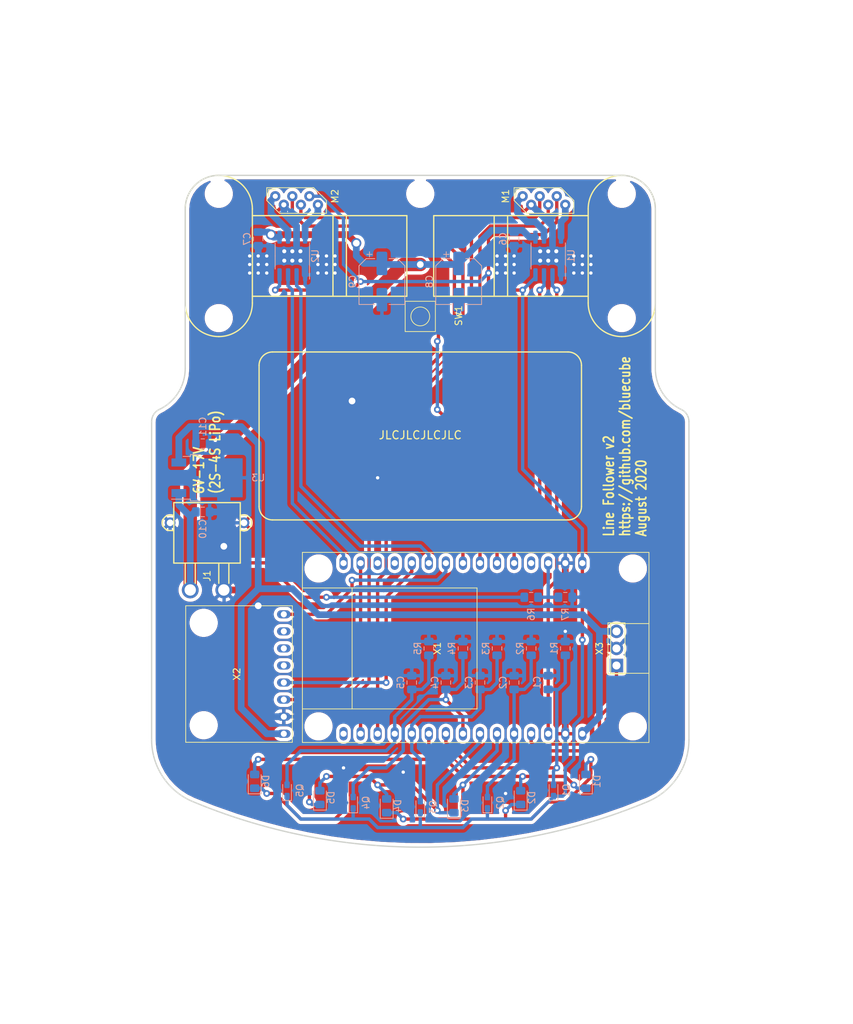
<source format=kicad_pcb>
(kicad_pcb (version 20171130) (host pcbnew 5.1.6)
  (layers (0 F.Cu mixed) (31 B.Cu mixed) (34 B.Paste user) (35 F.Paste user) (36 B.SilkS user) (37 F.SilkS user) (38 B.Mask user) (39 F.Mask user) (44 Edge.Cuts user))
  (net 0 "")
  (net 1 GND)
  (net 2 +BATT)
  (net 3 +5V)
  (net 4 "Net-(M1-Pad6)")
  (net 5 +3V3)
  (net 6 /ENCODER1A)
  (net 7 "Net-(M1-Pad1)")
  (net 8 /ENCODER1B)
  (net 9 "Net-(M2-Pad6)")
  (net 10 /ENCODER2B)
  (net 11 "Net-(M2-Pad1)")
  (net 12 /ENCODER2A)
  (net 13 /BAT_SENSE)
  (net 14 /BUTTON)
  (net 15 /MOTOR1B)
  (net 16 /MOTOR1A)
  (net 17 /MOTOR2A)
  (net 18 /MOTOR2B)
  (net 19 "Net-(X1-Pad1)")
  (net 20 /SCL)
  (net 21 "Net-(X1-Pad28)")
  (net 22 "Net-(X1-Pad27)")
  (net 23 /SDA)
  (net 24 /RANGE)
  (net 25 /ACCEL_INT)
  (net 26 "Net-(X1-Pad19)")
  (net 27 "Net-(X2-Pad7)")
  (net 28 "Net-(X2-Pad6)")
  (net 29 "Net-(X2-Pad5)")
  (net 30 LINE_SENSOR0)
  (net 31 LINE_SENSOR1)
  (net 32 LINE_SENSOR2)
  (net 33 LINE_SENSOR3)
  (net 34 LINE_SENSOR4)
  (net 35 LINE_LED0)
  (net 36 LINE_LED1)
  (net 37 LINE_LED2)
  (module cube-library:SolderWirePad2x3_p2.54_staggered (layer F.Cu) (at -19.05 -8.89)
    (fp_text reference M2 (at 6.35 0 90) (layer F.SilkS))
    (fp_text value MOTOR_ENC)
    (pad 6 thru_hole circle (at 3.81 1.27) (size 1.524 1.524) (drill 0.762) (layers *.Cu *.Mask) (net 9 "Net-(M2-Pad6)"))
    (pad 5 thru_hole circle (at 2.54 0) (size 1.524 1.524) (drill 0.762) (layers *.Cu *.Mask) (net 5 +3V3))
    (pad 4 thru_hole circle (at 1.27 1.27) (size 1.524 1.524) (drill 0.762) (layers *.Cu *.Mask) (net 10 /ENCODER2B))
    (pad 3 thru_hole circle (at 0 0) (size 1.524 1.524) (drill 0.762) (layers *.Cu *.Mask) (net 12 /ENCODER2A))
    (pad 2 thru_hole circle (at -1.27 1.27) (size 1.524 1.524) (drill 0.762) (layers *.Cu *.Mask) (net 1 GND))
    (pad 1 thru_hole circle (at -2.54 0) (size 1.524 1.524) (drill 0.762) (layers *.Cu *.Mask) (net 11 "Net-(M2-Pad1)"))
  )
  (module MountingHole:MountingHole_3.2mm_M3 (layer F.Cu) (at 0 -9.25)
    (fp_text reference H1 hide)
    (fp_text value MountingHole)
    (pad 1 np_thru_hole circle (at 0 0) (size 3.2 3.2) (drill 3.2) (layers *.Cu *.Mask))
  )
  (module MountingHole:MountingHole_3.2mm_M3 (layer F.Cu) (at 30 9.25)
    (fp_text reference H5 hide)
    (fp_text value MountingHole)
    (pad 1 np_thru_hole circle (at 0 0) (size 3.2 3.2) (drill 3.2) (layers *.Cu *.Mask))
  )
  (module MountingHole:MountingHole_3.2mm_M3 (layer F.Cu) (at 30 -9.25)
    (fp_text reference H4 hide)
    (fp_text value MountingHole)
    (pad 1 np_thru_hole circle (at 0 0) (size 3.2 3.2) (drill 3.2) (layers *.Cu *.Mask))
  )
  (module MountingHole:MountingHole_3.2mm_M3 (layer F.Cu) (at -30 9.25)
    (fp_text reference H3 hide)
    (fp_text value MountingHole)
    (pad 1 np_thru_hole circle (at 0 0) (size 3.2 3.2) (drill 3.2) (layers *.Cu *.Mask))
  )
  (module MountingHole:MountingHole_3.2mm_M3 (layer F.Cu) (at -30 -9.25)
    (fp_text reference H2 hide)
    (fp_text value MountingHole)
    (pad 1 np_thru_hole circle (at 0 0) (size 3.2 3.2) (drill 3.2) (layers *.Cu *.Mask))
  )
  (module cube-library:SolderWirePad2x3_p2.54_staggered (layer F.Cu) (at 17.78 -8.89)
    (fp_text reference M1 (at -5.08 0 90) (layer F.SilkS))
    (fp_text value MOTOR_ENC)
    (pad 6 thru_hole circle (at 3.81 1.27) (size 1.524 1.524) (drill 0.762) (layers *.Cu *.Mask) (net 4 "Net-(M1-Pad6)"))
    (pad 5 thru_hole circle (at 2.54 0) (size 1.524 1.524) (drill 0.762) (layers *.Cu *.Mask) (net 5 +3V3))
    (pad 4 thru_hole circle (at 1.27 1.27) (size 1.524 1.524) (drill 0.762) (layers *.Cu *.Mask) (net 6 /ENCODER1A))
    (pad 3 thru_hole circle (at 0 0) (size 1.524 1.524) (drill 0.762) (layers *.Cu *.Mask) (net 8 /ENCODER1B))
    (pad 2 thru_hole circle (at -1.27 1.27) (size 1.524 1.524) (drill 0.762) (layers *.Cu *.Mask) (net 1 GND))
    (pad 1 thru_hole circle (at -2.54 0) (size 1.524 1.524) (drill 0.762) (layers *.Cu *.Mask) (net 7 "Net-(M1-Pad1)"))
  )
  (module Capacitor_SMD:CP_Elec_6.3x5.8 (layer B.Cu) (at 5.715 3.81 270)
    (fp_text reference C8 (at 0 4.35 90) (layer B.SilkS) (effects (justify mirror)))
    (fp_text value "100uF, 25V")
    (pad 2 smd roundrect (at 2.7 0 270) (size 3.5 1.6) (layers B.Cu B.Paste B.Mask) (roundrect_rratio 0.15625) (net 1 GND))
    (pad 1 smd roundrect (at -2.7 0 270) (size 3.5 1.6) (layers B.Cu B.Paste B.Mask) (roundrect_rratio 0.15625) (net 2 +BATT))
  )
  (module cube-library:3x3_thermal_vias (layer F.Cu) (at 12.7 1.27)
    (fp_text reference HS2 hide)
    (fp_text value Heatsink_Pad)
    (pad 1 smd roundrect (at 0 0) (size 3.54 3.54) (layers F.Cu) (roundrect_rratio 0.141) (net 1 GND))
    (pad 1 smd roundrect (at 0 0) (size 3.54 3.54) (layers B.Cu) (roundrect_rratio 0.141) (net 1 GND))
    (pad 1 thru_hole circle (at 1.27 1.27) (size 1 1) (drill 0.5) (layers *.Cu) (net 1 GND))
    (pad 1 thru_hole circle (at 0 1.27) (size 1 1) (drill 0.5) (layers *.Cu) (net 1 GND))
    (pad 1 thru_hole circle (at -1.27 1.27) (size 1 1) (drill 0.5) (layers *.Cu) (net 1 GND))
    (pad 1 thru_hole circle (at 1.27 0) (size 1 1) (drill 0.5) (layers *.Cu) (net 1 GND))
    (pad 1 thru_hole circle (at -1.27 0) (size 1 1) (drill 0.5) (layers *.Cu) (net 1 GND))
    (pad 1 thru_hole circle (at 1.27 -1.27) (size 1 1) (drill 0.5) (layers *.Cu) (net 1 GND))
    (pad 1 thru_hole circle (at 0 -1.27) (size 1 1) (drill 0.5) (layers *.Cu) (net 1 GND))
    (pad 1 thru_hole circle (at -1.27 -1.27) (size 1 1) (drill 0.5) (layers *.Cu) (net 1 GND))
    (pad 1 thru_hole circle (at 0 0) (size 1 1) (drill 0.5) (layers *.Cu) (net 1 GND))
  )
  (module cube-library:3x3_thermal_vias (layer F.Cu) (at -24.13 1.27)
    (fp_text reference HS3 hide)
    (fp_text value Heatsink_Pad)
    (pad 1 smd roundrect (at 0 0) (size 3.54 3.54) (layers F.Cu) (roundrect_rratio 0.141) (net 1 GND))
    (pad 1 smd roundrect (at 0 0) (size 3.54 3.54) (layers B.Cu) (roundrect_rratio 0.141) (net 1 GND))
    (pad 1 thru_hole circle (at 1.27 1.27) (size 1 1) (drill 0.5) (layers *.Cu) (net 1 GND))
    (pad 1 thru_hole circle (at 0 1.27) (size 1 1) (drill 0.5) (layers *.Cu) (net 1 GND))
    (pad 1 thru_hole circle (at -1.27 1.27) (size 1 1) (drill 0.5) (layers *.Cu) (net 1 GND))
    (pad 1 thru_hole circle (at 1.27 0) (size 1 1) (drill 0.5) (layers *.Cu) (net 1 GND))
    (pad 1 thru_hole circle (at -1.27 0) (size 1 1) (drill 0.5) (layers *.Cu) (net 1 GND))
    (pad 1 thru_hole circle (at 1.27 -1.27) (size 1 1) (drill 0.5) (layers *.Cu) (net 1 GND))
    (pad 1 thru_hole circle (at 0 -1.27) (size 1 1) (drill 0.5) (layers *.Cu) (net 1 GND))
    (pad 1 thru_hole circle (at -1.27 -1.27) (size 1 1) (drill 0.5) (layers *.Cu) (net 1 GND))
    (pad 1 thru_hole circle (at 0 0) (size 1 1) (drill 0.5) (layers *.Cu) (net 1 GND))
  )
  (module cube-library:3x3_thermal_vias (layer F.Cu) (at -13.97 1.27)
    (fp_text reference HS4 hide)
    (fp_text value Heatsink_Pad)
    (pad 1 smd roundrect (at 0 0) (size 3.54 3.54) (layers F.Cu) (roundrect_rratio 0.141) (net 1 GND))
    (pad 1 smd roundrect (at 0 0) (size 3.54 3.54) (layers B.Cu) (roundrect_rratio 0.141) (net 1 GND))
    (pad 1 thru_hole circle (at 1.27 1.27) (size 1 1) (drill 0.5) (layers *.Cu) (net 1 GND))
    (pad 1 thru_hole circle (at 0 1.27) (size 1 1) (drill 0.5) (layers *.Cu) (net 1 GND))
    (pad 1 thru_hole circle (at -1.27 1.27) (size 1 1) (drill 0.5) (layers *.Cu) (net 1 GND))
    (pad 1 thru_hole circle (at 1.27 0) (size 1 1) (drill 0.5) (layers *.Cu) (net 1 GND))
    (pad 1 thru_hole circle (at -1.27 0) (size 1 1) (drill 0.5) (layers *.Cu) (net 1 GND))
    (pad 1 thru_hole circle (at 1.27 -1.27) (size 1 1) (drill 0.5) (layers *.Cu) (net 1 GND))
    (pad 1 thru_hole circle (at 0 -1.27) (size 1 1) (drill 0.5) (layers *.Cu) (net 1 GND))
    (pad 1 thru_hole circle (at -1.27 -1.27) (size 1 1) (drill 0.5) (layers *.Cu) (net 1 GND))
    (pad 1 thru_hole circle (at 0 0) (size 1 1) (drill 0.5) (layers *.Cu) (net 1 GND))
  )
  (module cube-library:3x3_thermal_vias (layer F.Cu) (at 24.13 1.27)
    (fp_text reference HS1 hide)
    (fp_text value Heatsink_Pad)
    (pad 1 smd roundrect (at 0 0) (size 3.54 3.54) (layers F.Cu) (roundrect_rratio 0.141) (net 1 GND))
    (pad 1 smd roundrect (at 0 0) (size 3.54 3.54) (layers B.Cu) (roundrect_rratio 0.141) (net 1 GND))
    (pad 1 thru_hole circle (at 1.27 1.27) (size 1 1) (drill 0.5) (layers *.Cu) (net 1 GND))
    (pad 1 thru_hole circle (at 0 1.27) (size 1 1) (drill 0.5) (layers *.Cu) (net 1 GND))
    (pad 1 thru_hole circle (at -1.27 1.27) (size 1 1) (drill 0.5) (layers *.Cu) (net 1 GND))
    (pad 1 thru_hole circle (at 1.27 0) (size 1 1) (drill 0.5) (layers *.Cu) (net 1 GND))
    (pad 1 thru_hole circle (at -1.27 0) (size 1 1) (drill 0.5) (layers *.Cu) (net 1 GND))
    (pad 1 thru_hole circle (at 1.27 -1.27) (size 1 1) (drill 0.5) (layers *.Cu) (net 1 GND))
    (pad 1 thru_hole circle (at 0 -1.27) (size 1 1) (drill 0.5) (layers *.Cu) (net 1 GND))
    (pad 1 thru_hole circle (at -1.27 -1.27) (size 1 1) (drill 0.5) (layers *.Cu) (net 1 GND))
    (pad 1 thru_hole circle (at 0 0) (size 1 1) (drill 0.5) (layers *.Cu) (net 1 GND))
  )
  (module Capacitor_SMD:CP_Elec_6.3x5.8 (layer B.Cu) (at -5.715 3.81 270)
    (fp_text reference C9 (at 0 4.35 90) (layer B.SilkS) (effects (justify mirror)))
    (fp_text value "100uF, 25V")
    (pad 2 smd roundrect (at 2.7 0 270) (size 3.5 1.6) (layers B.Cu B.Paste B.Mask) (roundrect_rratio 0.15625) (net 1 GND))
    (pad 1 smd roundrect (at -2.7 0 270) (size 3.5 1.6) (layers B.Cu B.Paste B.Mask) (roundrect_rratio 0.15625) (net 2 +BATT))
  )
  (module cube-library:SOIC-8-1EP_3.9x4.9mm_P1.27mm_EP2.41x3.3mm_HandSolder (layer B.Cu) (at -19.05 0 90)
    (fp_text reference U2 (at 0 3.4 90) (layer B.SilkS) (effects (justify mirror)))
    (fp_text value A4950E)
    (pad 8 smd roundrect (at 2.8 1.905 90) (size 1.95 0.65) (layers B.Cu B.Paste B.Mask) (net 9 "Net-(M2-Pad6)"))
    (pad 7 smd roundrect (at 2.8 0.635 90) (size 1.95 0.65) (layers B.Cu B.Paste B.Mask) (net 1 GND))
    (pad 6 smd roundrect (at 2.8 -0.635 90) (size 1.95 0.65) (layers B.Cu B.Paste B.Mask) (net 11 "Net-(M2-Pad1)"))
    (pad 5 smd roundrect (at 2.8 -1.905 90) (size 1.95 0.65) (layers B.Cu B.Paste B.Mask) (net 2 +BATT))
    (pad 4 smd roundrect (at -2.8 -1.905 90) (size 1.95 0.65) (layers B.Cu B.Paste B.Mask) (net 5 +3V3))
    (pad 3 smd roundrect (at -2.8 -0.635 90) (size 1.95 0.65) (layers B.Cu B.Paste B.Mask) (net 17 /MOTOR2A))
    (pad 2 smd roundrect (at -2.8 0.635 90) (size 1.95 0.65) (layers B.Cu B.Paste B.Mask) (net 18 /MOTOR2B))
    (pad 1 smd roundrect (at -2.8 1.905 90) (size 1.95 0.65) (layers B.Cu B.Paste B.Mask) (net 1 GND))
    (pad 9 smd roundrect (at 0 0 90) (size 2.4 3.3) (layers F.Cu) (roundrect_rratio 0.12) (net 1 GND))
    (pad 9 thru_hole circle (at 0.7 -1.2 90) (size 0.8 0.8) (drill 0.6) (layers *.Cu F.Mask) (net 1 GND))
    (pad 9 thru_hole circle (at -0.7 -1.2 90) (size 0.8 0.8) (drill 0.6) (layers *.Cu F.Mask) (net 1 GND))
    (pad 9 thru_hole circle (at 0.7 0 90) (size 0.8 0.8) (drill 0.6) (layers *.Cu F.Mask) (net 1 GND))
    (pad 9 thru_hole circle (at -0.7 0 90) (size 0.8 0.8) (drill 0.6) (layers *.Cu F.Mask) (net 1 GND))
    (pad 9 thru_hole circle (at 0.7 1.2 90) (size 0.8 0.8) (drill 0.6) (layers *.Cu F.Mask) (net 1 GND))
    (pad 9 thru_hole circle (at -0.7 1.2 90) (size 0.8 0.8) (drill 0.6) (layers *.Cu F.Mask) (net 1 GND))
    (pad 9 smd roundrect (at 0 0 90) (size 2.41 3.3) (layers B.Cu B.Paste B.Mask) (roundrect_rratio 0.12) (net 1 GND))
  )
  (module Capacitor_SMD:C_0805_2012Metric_Pad1.15x1.40mm_HandSolder (layer B.Cu) (at -24.13 -2.54 270)
    (fp_text reference C7 (at 0 1.65 90) (layer B.SilkS) (effects (justify mirror)))
    (fp_text value 100nF)
    (pad 2 smd roundrect (at 1.025 0 270) (size 1.15 1.4) (layers B.Cu B.Paste B.Mask) (roundrect_rratio 0.217391) (net 1 GND))
    (pad 1 smd roundrect (at -1.025 0 270) (size 1.15 1.4) (layers B.Cu B.Paste B.Mask) (roundrect_rratio 0.217391) (net 2 +BATT))
  )
  (module cube-library:SOIC-8-1EP_3.9x4.9mm_P1.27mm_EP2.41x3.3mm_HandSolder (layer B.Cu) (at 19.05 0 90)
    (fp_text reference U1 (at 0 3.4 90) (layer B.SilkS) (effects (justify mirror)))
    (fp_text value A4950E)
    (pad 8 smd roundrect (at 2.8 1.905 90) (size 1.95 0.65) (layers B.Cu B.Paste B.Mask) (net 4 "Net-(M1-Pad6)"))
    (pad 7 smd roundrect (at 2.8 0.635 90) (size 1.95 0.65) (layers B.Cu B.Paste B.Mask) (net 1 GND))
    (pad 6 smd roundrect (at 2.8 -0.635 90) (size 1.95 0.65) (layers B.Cu B.Paste B.Mask) (net 7 "Net-(M1-Pad1)"))
    (pad 5 smd roundrect (at 2.8 -1.905 90) (size 1.95 0.65) (layers B.Cu B.Paste B.Mask) (net 2 +BATT))
    (pad 4 smd roundrect (at -2.8 -1.905 90) (size 1.95 0.65) (layers B.Cu B.Paste B.Mask) (net 5 +3V3))
    (pad 3 smd roundrect (at -2.8 -0.635 90) (size 1.95 0.65) (layers B.Cu B.Paste B.Mask) (net 15 /MOTOR1B))
    (pad 2 smd roundrect (at -2.8 0.635 90) (size 1.95 0.65) (layers B.Cu B.Paste B.Mask) (net 16 /MOTOR1A))
    (pad 1 smd roundrect (at -2.8 1.905 90) (size 1.95 0.65) (layers B.Cu B.Paste B.Mask) (net 1 GND))
    (pad 9 smd roundrect (at 0 0 90) (size 2.4 3.3) (layers F.Cu) (roundrect_rratio 0.12) (net 1 GND))
    (pad 9 thru_hole circle (at 0.7 -1.2 90) (size 0.8 0.8) (drill 0.6) (layers *.Cu F.Mask) (net 1 GND))
    (pad 9 thru_hole circle (at -0.7 -1.2 90) (size 0.8 0.8) (drill 0.6) (layers *.Cu F.Mask) (net 1 GND))
    (pad 9 thru_hole circle (at 0.7 0 90) (size 0.8 0.8) (drill 0.6) (layers *.Cu F.Mask) (net 1 GND))
    (pad 9 thru_hole circle (at -0.7 0 90) (size 0.8 0.8) (drill 0.6) (layers *.Cu F.Mask) (net 1 GND))
    (pad 9 thru_hole circle (at 0.7 1.2 90) (size 0.8 0.8) (drill 0.6) (layers *.Cu F.Mask) (net 1 GND))
    (pad 9 thru_hole circle (at -0.7 1.2 90) (size 0.8 0.8) (drill 0.6) (layers *.Cu F.Mask) (net 1 GND))
    (pad 9 smd roundrect (at 0 0 90) (size 2.41 3.3) (layers B.Cu B.Paste B.Mask) (roundrect_rratio 0.12) (net 1 GND))
  )
  (module Capacitor_SMD:C_0805_2012Metric_Pad1.15x1.40mm_HandSolder (layer B.Cu) (at 13.97 -2.54 270)
    (fp_text reference C6 (at 0 1.65 90) (layer B.SilkS) (effects (justify mirror)))
    (fp_text value 100nF)
    (pad 2 smd roundrect (at 1.025 0 270) (size 1.15 1.4) (layers B.Cu B.Paste B.Mask) (roundrect_rratio 0.217391) (net 1 GND))
    (pad 1 smd roundrect (at -1.025 0 270) (size 1.15 1.4) (layers B.Cu B.Paste B.Mask) (roundrect_rratio 0.217391) (net 2 +BATT))
  )
  (module cube-library:4.5mm_tact_switch (layer F.Cu) (at 0 9 180)
    (fp_text reference SW1 (at -5.715 0.11 270) (layer F.SilkS))
    (fp_text value SW_Push)
    (pad 2 smd roundrect (at 2.7 1.6 180) (size 1.7 1) (layers F.Cu F.Paste F.Mask) (net 1 GND))
    (pad 2 smd roundrect (at -2.7 1.6 180) (size 1.7 1) (layers F.Cu F.Paste F.Mask) (net 1 GND))
    (pad 1 smd roundrect (at 2.7 -1.6 180) (size 1.7 1) (layers F.Cu F.Paste F.Mask) (net 14 /BUTTON))
    (pad 1 smd roundrect (at -2.7 -1.6 180) (size 1.7 1) (layers F.Cu F.Paste F.Mask) (net 14 /BUTTON))
  )
  (module cube-library:SolderWirePad1x3_p2.54 (layer F.Cu) (at 29.21 58.42 90)
    (fp_text reference X3 (at 0 -2.54 90) (layer F.SilkS))
    (fp_text value DISTANCE_SENSOR)
    (pad 1 thru_hole rect (at -2.54 0 90) (size 2 2) (drill 1.2) (layers *.Cu *.Mask) (net 24 /RANGE))
    (pad 2 thru_hole circle (at 0 0 90) (size 2 2) (drill 1.2) (layers *.Cu *.Mask) (net 1 GND))
    (pad 3 thru_hole circle (at 2.54 0 90) (size 2 2) (drill 1.2) (layers *.Cu *.Mask) (net 3 +5V))
  )
  (module cube-library:GY-521-module (layer F.Cu) (at -19.05 72.39 180)
    (fp_text reference X2 (at 8.255 10.16 270) (layer F.SilkS))
    (fp_text value GY-521-module)
    (pad "" np_thru_hole circle (at 13.2 17.78 180) (size 3.2 3.2) (drill 3.2) (layers *.Cu *.Mask))
    (pad "" np_thru_hole circle (at 13.2 2.54 180) (size 3.2 3.2) (drill 3.2) (layers *.Cu *.Mask))
    (pad 8 thru_hole oval (at 1.27 19.05 90) (size 1.2 2) (drill 0.9) (layers *.Cu *.Mask) (net 25 /ACCEL_INT))
    (pad 7 thru_hole oval (at 1.27 16.51 90) (size 1.2 2) (drill 0.9) (layers *.Cu *.Mask) (net 27 "Net-(X2-Pad7)"))
    (pad 6 thru_hole oval (at 1.27 13.97 90) (size 1.2 2) (drill 0.9) (layers *.Cu *.Mask) (net 28 "Net-(X2-Pad6)"))
    (pad 5 thru_hole oval (at 1.27 11.43 90) (size 1.2 2) (drill 0.9) (layers *.Cu *.Mask) (net 29 "Net-(X2-Pad5)"))
    (pad 4 thru_hole oval (at 1.27 8.89 90) (size 1.2 2) (drill 0.9) (layers *.Cu *.Mask) (net 23 /SDA))
    (pad 3 thru_hole oval (at 1.27 6.35 90) (size 1.2 2) (drill 0.9) (layers *.Cu *.Mask) (net 20 /SCL))
    (pad 2 thru_hole oval (at 1.27 3.81 90) (size 1.2 2) (drill 0.9) (layers *.Cu *.Mask) (net 1 GND))
    (pad 1 thru_hole oval (at 1.27 1.27 90) (size 1.2 2) (drill 0.9) (layers *.Cu *.Mask) (net 3 +5V))
  )
  (module cube-library:ESP32_DEVKITV1 (layer F.Cu) (at 6.35 58.42)
    (fp_text reference X1 (at -3.81 0 90) (layer F.SilkS))
    (fp_text value ESP32_DEVKITV1)
    (pad "" np_thru_hole circle (at 25.3 11.6) (size 3.2 3.2) (drill 3.2) (layers *.Cu *.Mask))
    (pad "" np_thru_hole circle (at 25.3 -11.9) (size 3.2 3.2) (drill 3.2) (layers *.Cu *.Mask))
    (pad "" np_thru_hole circle (at -21.5 -11.9) (size 3.2 3.2) (drill 3.2) (layers *.Cu *.Mask))
    (pad "" np_thru_hole circle (at -21.5 11.6) (size 3.2 3.2) (drill 3.2) (layers *.Cu *.Mask))
    (pad 30 thru_hole oval (at -17.78 -12.7) (size 1.2 2) (drill 0.9) (layers *.Cu *.Mask) (net 17 /MOTOR2A))
    (pad 1 thru_hole oval (at -17.78 12.7) (size 1.2 2) (drill 0.9) (layers *.Cu *.Mask) (net 19 "Net-(X1-Pad1)"))
    (pad 29 thru_hole oval (at -15.24 -12.7) (size 1.2 2) (drill 0.9) (layers *.Cu *.Mask) (net 20 /SCL))
    (pad 2 thru_hole oval (at -15.24 12.7) (size 1.2 2) (drill 0.9) (layers *.Cu *.Mask) (net 12 /ENCODER2A))
    (pad 28 thru_hole oval (at -12.7 -12.7) (size 1.2 2) (drill 0.9) (layers *.Cu *.Mask) (net 21 "Net-(X1-Pad28)"))
    (pad 3 thru_hole oval (at -12.7 12.7) (size 1.2 2) (drill 0.9) (layers *.Cu *.Mask) (net 10 /ENCODER2B))
    (pad 27 thru_hole oval (at -10.16 -12.7) (size 1.2 2) (drill 0.9) (layers *.Cu *.Mask) (net 22 "Net-(X1-Pad27)"))
    (pad 4 thru_hole oval (at -10.16 12.7) (size 1.2 2) (drill 0.9) (layers *.Cu *.Mask) (net 34 LINE_SENSOR4))
    (pad 26 thru_hole oval (at -7.62 -12.7) (size 1.2 2) (drill 0.9) (layers *.Cu *.Mask) (net 23 /SDA))
    (pad 5 thru_hole oval (at -7.62 12.7) (size 1.2 2) (drill 0.9) (layers *.Cu *.Mask) (net 32 LINE_SENSOR2))
    (pad 25 thru_hole oval (at -5.08 -12.7) (size 1.2 2) (drill 0.9) (layers *.Cu *.Mask) (net 18 /MOTOR2B))
    (pad 6 thru_hole oval (at -5.08 12.7) (size 1.2 2) (drill 0.9) (layers *.Cu *.Mask) (net 36 LINE_LED1))
    (pad 24 thru_hole oval (at -2.54 -12.7) (size 1.2 2) (drill 0.9) (layers *.Cu *.Mask) (net 25 /ACCEL_INT))
    (pad 7 thru_hole oval (at -2.54 12.7) (size 1.2 2) (drill 0.9) (layers *.Cu *.Mask) (net 30 LINE_SENSOR0))
    (pad 23 thru_hole oval (at 0 -12.7) (size 1.2 2) (drill 0.9) (layers *.Cu *.Mask) (net 14 /BUTTON))
    (pad 8 thru_hole oval (at 0 12.7) (size 1.2 2) (drill 0.9) (layers *.Cu *.Mask) (net 33 LINE_SENSOR3))
    (pad 22 thru_hole oval (at 2.54 -12.7) (size 1.2 2) (drill 0.9) (layers *.Cu *.Mask) (net 8 /ENCODER1B))
    (pad 9 thru_hole oval (at 2.54 12.7) (size 1.2 2) (drill 0.9) (layers *.Cu *.Mask) (net 37 LINE_LED2))
    (pad 21 thru_hole oval (at 5.08 -12.7) (size 1.2 2) (drill 0.9) (layers *.Cu *.Mask) (net 6 /ENCODER1A))
    (pad 10 thru_hole oval (at 5.08 12.7) (size 1.2 2) (drill 0.9) (layers *.Cu *.Mask) (net 35 LINE_LED0))
    (pad 20 thru_hole oval (at 7.62 -12.7) (size 1.2 2) (drill 0.9) (layers *.Cu *.Mask) (net 15 /MOTOR1B))
    (pad 11 thru_hole oval (at 7.62 12.7) (size 1.2 2) (drill 0.9) (layers *.Cu *.Mask) (net 31 LINE_SENSOR1))
    (pad 19 thru_hole oval (at 10.16 -12.7) (size 1.2 2) (drill 0.9) (layers *.Cu *.Mask) (net 26 "Net-(X1-Pad19)"))
    (pad 12 thru_hole oval (at 10.16 12.7) (size 1.2 2) (drill 0.9) (layers *.Cu *.Mask) (net 24 /RANGE))
    (pad 18 thru_hole oval (at 12.7 -12.7) (size 1.2 2) (drill 0.9) (layers *.Cu *.Mask) (net 13 /BAT_SENSE))
    (pad 13 thru_hole oval (at 12.7 12.7) (size 1.2 2) (drill 0.9) (layers *.Cu *.Mask) (net 16 /MOTOR1A))
    (pad 17 thru_hole oval (at 15.24 -12.7) (size 1.2 2) (drill 0.9) (layers *.Cu *.Mask) (net 1 GND))
    (pad 14 thru_hole oval (at 15.24 12.7) (size 1.2 2) (drill 0.9) (layers *.Cu *.Mask) (net 1 GND))
    (pad 16 thru_hole oval (at 17.78 -12.7) (size 1.2 2) (drill 0.9) (layers *.Cu *.Mask) (net 5 +3V3))
    (pad 15 thru_hole oval (at 17.78 12.7) (size 1.2 2) (drill 0.9) (layers *.Cu *.Mask) (net 3 +5V))
  )
  (module Package_TO_SOT_SMD:TO-252-2 (layer B.Cu) (at -31.75 33.02)
    (fp_text reference U3 (at 7.62 0) (layer B.SilkS) (effects (justify mirror)))
    (fp_text value NCV4274CDT50RKG)
    (pad 2 smd rect (at 2.1 0) (size 6.4 5.8) (layers B.Cu B.Mask) (net 1 GND))
    (pad 3 smd rect (at -4.2 -2.28) (size 2.2 1.2) (layers B.Cu B.Paste B.Mask) (net 3 +5V))
    (pad 1 smd rect (at -4.2 2.28) (size 2.2 1.2) (layers B.Cu B.Paste B.Mask) (net 2 +BATT))
  )
  (module Resistor_SMD:R_0805_2012Metric_Pad1.15x1.40mm_HandSolder (layer B.Cu) (at 21.59 50.8)
    (fp_text reference R7 (at 0 2.54 90) (layer B.SilkS) (effects (justify mirror)))
    (fp_text value 15k)
    (pad 2 smd roundrect (at 1.025 0) (size 1.15 1.4) (layers B.Cu B.Paste B.Mask) (roundrect_rratio 0.217391) (net 1 GND))
    (pad 1 smd roundrect (at -1.025 0) (size 1.15 1.4) (layers B.Cu B.Paste B.Mask) (roundrect_rratio 0.217391) (net 13 /BAT_SENSE))
  )
  (module Resistor_SMD:R_0805_2012Metric_Pad1.15x1.40mm_HandSolder (layer B.Cu) (at 16.51 50.8)
    (fp_text reference R6 (at 0 2.54 90) (layer B.SilkS) (effects (justify mirror)))
    (fp_text value 82k)
    (pad 2 smd roundrect (at 1.025 0) (size 1.15 1.4) (layers B.Cu B.Paste B.Mask) (roundrect_rratio 0.217391) (net 13 /BAT_SENSE))
    (pad 1 smd roundrect (at -1.025 0) (size 1.15 1.4) (layers B.Cu B.Paste B.Mask) (roundrect_rratio 0.217391) (net 2 +BATT))
  )
  (module Resistor_SMD:R_0805_2012Metric_Pad1.15x1.40mm_HandSolder (layer B.Cu) (at 1.27 58.42 270)
    (fp_text reference R5 (at 0 1.65 270) (layer B.SilkS) (effects (justify mirror)))
    (fp_text value 5k6)
    (pad 2 smd roundrect (at 1.025 0 270) (size 1.15 1.4) (layers B.Cu B.Paste B.Mask) (roundrect_rratio 0.217391) (net 34 LINE_SENSOR4))
    (pad 1 smd roundrect (at -1.025 0 270) (size 1.15 1.4) (layers B.Cu B.Paste B.Mask) (roundrect_rratio 0.217391) (net 1 GND))
  )
  (module Resistor_SMD:R_0805_2012Metric_Pad1.15x1.40mm_HandSolder (layer B.Cu) (at 6.35 58.42 270)
    (fp_text reference R4 (at 0 1.65 270) (layer B.SilkS) (effects (justify mirror)))
    (fp_text value 5k6)
    (pad 2 smd roundrect (at 1.025 0 270) (size 1.15 1.4) (layers B.Cu B.Paste B.Mask) (roundrect_rratio 0.217391) (net 33 LINE_SENSOR3))
    (pad 1 smd roundrect (at -1.025 0 270) (size 1.15 1.4) (layers B.Cu B.Paste B.Mask) (roundrect_rratio 0.217391) (net 1 GND))
  )
  (module Resistor_SMD:R_0805_2012Metric_Pad1.15x1.40mm_HandSolder (layer B.Cu) (at 11.43 58.42 270)
    (fp_text reference R3 (at 0 1.65 270) (layer B.SilkS) (effects (justify mirror)))
    (fp_text value 5k6)
    (pad 2 smd roundrect (at 1.025 0 270) (size 1.15 1.4) (layers B.Cu B.Paste B.Mask) (roundrect_rratio 0.217391) (net 32 LINE_SENSOR2))
    (pad 1 smd roundrect (at -1.025 0 270) (size 1.15 1.4) (layers B.Cu B.Paste B.Mask) (roundrect_rratio 0.217391) (net 1 GND))
  )
  (module Resistor_SMD:R_0805_2012Metric_Pad1.15x1.40mm_HandSolder (layer B.Cu) (at 16.51 58.42 270)
    (fp_text reference R2 (at 0 1.65 270) (layer B.SilkS) (effects (justify mirror)))
    (fp_text value 5k6)
    (pad 2 smd roundrect (at 1.025 0 270) (size 1.15 1.4) (layers B.Cu B.Paste B.Mask) (roundrect_rratio 0.217391) (net 31 LINE_SENSOR1))
    (pad 1 smd roundrect (at -1.025 0 270) (size 1.15 1.4) (layers B.Cu B.Paste B.Mask) (roundrect_rratio 0.217391) (net 1 GND))
  )
  (module Resistor_SMD:R_0805_2012Metric_Pad1.15x1.40mm_HandSolder (layer B.Cu) (at 21.59 58.42 270)
    (fp_text reference R1 (at 0 1.65 270) (layer B.SilkS) (effects (justify mirror)))
    (fp_text value 5k6)
    (pad 2 smd roundrect (at 1.025 0 270) (size 1.15 1.4) (layers B.Cu B.Paste B.Mask) (roundrect_rratio 0.217391) (net 30 LINE_SENSOR0))
    (pad 1 smd roundrect (at -1.025 0 270) (size 1.15 1.4) (layers B.Cu B.Paste B.Mask) (roundrect_rratio 0.217391) (net 1 GND))
  )
  (module cube-library:phototransistor-1.7mm (layer B.Cu) (at -19.837595 79.564249 90)
    (fp_text reference Q5 (at 0 1.905 90) (layer B.SilkS) (effects (justify mirror)))
    (fp_text value ALS-PT19-315C_L177_TR8)
    (pad 2 smd roundrect (at 0.85 0 90) (size 1 0.8) (layers B.Cu B.Paste B.Mask) (roundrect_rratio 0.217) (net 34 LINE_SENSOR4))
    (pad 1 smd roundrect (at -0.85 0 90) (size 1 0.8) (layers B.Cu B.Paste B.Mask) (roundrect_rratio 0.217) (net 5 +3V3))
  )
  (module cube-library:phototransistor-1.7mm (layer B.Cu) (at -9.993286 81.388784 90)
    (fp_text reference Q4 (at 0 1.905 90) (layer B.SilkS) (effects (justify mirror)))
    (fp_text value ALS-PT19-315C_L177_TR8)
    (pad 2 smd roundrect (at 0.85 0 90) (size 1 0.8) (layers B.Cu B.Paste B.Mask) (roundrect_rratio 0.217) (net 33 LINE_SENSOR3))
    (pad 1 smd roundrect (at -0.85 0 90) (size 1 0.8) (layers B.Cu B.Paste B.Mask) (roundrect_rratio 0.217) (net 5 +3V3))
  )
  (module cube-library:phototransistor-1.7mm (layer B.Cu) (at 0 82 90)
    (fp_text reference Q3 (at 0 1.905 90) (layer B.SilkS) (effects (justify mirror)))
    (fp_text value ALS-PT19-315C_L177_TR8)
    (pad 2 smd roundrect (at 0.85 0 90) (size 1 0.8) (layers B.Cu B.Paste B.Mask) (roundrect_rratio 0.217) (net 32 LINE_SENSOR2))
    (pad 1 smd roundrect (at -0.85 0 90) (size 1 0.8) (layers B.Cu B.Paste B.Mask) (roundrect_rratio 0.217) (net 5 +3V3))
  )
  (module cube-library:phototransistor-1.7mm (layer B.Cu) (at 9.993286 81.388784 90)
    (fp_text reference Q2 (at 0 1.905 90) (layer B.SilkS) (effects (justify mirror)))
    (fp_text value ALS-PT19-315C_L177_TR8)
    (pad 2 smd roundrect (at 0.85 0 90) (size 1 0.8) (layers B.Cu B.Paste B.Mask) (roundrect_rratio 0.217) (net 31 LINE_SENSOR1))
    (pad 1 smd roundrect (at -0.85 0 90) (size 1 0.8) (layers B.Cu B.Paste B.Mask) (roundrect_rratio 0.217) (net 5 +3V3))
  )
  (module cube-library:phototransistor-1.7mm (layer B.Cu) (at 19.837595 79.564249 90)
    (fp_text reference Q1 (at 0 1.905 90) (layer B.SilkS) (effects (justify mirror)))
    (fp_text value ALS-PT19-315C_L177_TR8)
    (pad 2 smd roundrect (at 0.85 0 90) (size 1 0.8) (layers B.Cu B.Paste B.Mask) (roundrect_rratio 0.217) (net 30 LINE_SENSOR0))
    (pad 1 smd roundrect (at -0.85 0 90) (size 1 0.8) (layers B.Cu B.Paste B.Mask) (roundrect_rratio 0.217) (net 5 +3V3))
  )
  (module cube-library:XT30PW-M (layer F.Cu) (at -31.75 45.72 180)
    (fp_text reference J1 (at 0 -1.905 90) (layer F.SilkS))
    (fp_text value XT30PW-M)
    (pad 4 thru_hole circle (at 5.5 6 180) (size 1.6 1.6) (drill 1) (layers *.Cu *.Mask) (net 1 GND))
    (pad 1 thru_hole circle (at 2.5 -4 180) (size 2.5 2.5) (drill 1.7) (layers *.Cu *.Mask) (net 2 +BATT))
    (pad 3 thru_hole circle (at -5.5 6 180) (size 1.6 1.6) (drill 1) (layers *.Cu *.Mask) (net 1 GND))
    (pad 2 thru_hole circle (at -2.5 -4 180) (size 2.5 2.5) (drill 1.7) (layers *.Cu *.Mask) (net 1 GND))
  )
  (module LED_SMD:LED_0805_2012Metric_Pad1.15x1.40mm_HandSolder (layer B.Cu) (at -24.657875 78.204789 90)
    (fp_text reference D6 (at 0 1.65 90) (layer B.SilkS) (effects (justify mirror)))
    (fp_text value APT2012EC)
    (pad 2 smd roundrect (at 1.025 0 90) (size 1.15 1.4) (layers B.Cu B.Paste B.Mask) (roundrect_rratio 0.217391) (net 36 LINE_LED1))
    (pad 1 smd roundrect (at -1.025 0 90) (size 1.15 1.4) (layers B.Cu B.Paste B.Mask) (roundrect_rratio 0.217391) (net 37 LINE_LED2))
  )
  (module LED_SMD:LED_0805_2012Metric_Pad1.15x1.40mm_HandSolder (layer B.Cu) (at -14.943313 80.626902 90)
    (fp_text reference D5 (at 0 1.65 90) (layer B.SilkS) (effects (justify mirror)))
    (fp_text value APT2012EC)
    (pad 2 smd roundrect (at 1.025 0 90) (size 1.15 1.4) (layers B.Cu B.Paste B.Mask) (roundrect_rratio 0.217391) (net 37 LINE_LED2))
    (pad 1 smd roundrect (at -1.025 0 90) (size 1.15 1.4) (layers B.Cu B.Paste B.Mask) (roundrect_rratio 0.217391) (net 36 LINE_LED1))
  )
  (module LED_SMD:LED_0805_2012Metric_Pad1.15x1.40mm_HandSolder (layer B.Cu) (at -5.00598 81.847053 90)
    (fp_text reference D4 (at 0 1.65 90) (layer B.SilkS) (effects (justify mirror)))
    (fp_text value APT2012EC)
    (pad 2 smd roundrect (at 1.025 0 90) (size 1.15 1.4) (layers B.Cu B.Paste B.Mask) (roundrect_rratio 0.217391) (net 37 LINE_LED2))
    (pad 1 smd roundrect (at -1.025 0 90) (size 1.15 1.4) (layers B.Cu B.Paste B.Mask) (roundrect_rratio 0.217391) (net 35 LINE_LED0))
  )
  (module LED_SMD:LED_0805_2012Metric_Pad1.15x1.40mm_HandSolder (layer B.Cu) (at 5.00598 81.847053 90)
    (fp_text reference D3 (at 0 1.65 90) (layer B.SilkS) (effects (justify mirror)))
    (fp_text value APT2012EC)
    (pad 2 smd roundrect (at 1.025 0 90) (size 1.15 1.4) (layers B.Cu B.Paste B.Mask) (roundrect_rratio 0.217391) (net 35 LINE_LED0))
    (pad 1 smd roundrect (at -1.025 0 90) (size 1.15 1.4) (layers B.Cu B.Paste B.Mask) (roundrect_rratio 0.217391) (net 37 LINE_LED2))
  )
  (module LED_SMD:LED_0805_2012Metric_Pad1.15x1.40mm_HandSolder (layer B.Cu) (at 14.943313 80.626902 90)
    (fp_text reference D2 (at 0 1.65 90) (layer B.SilkS) (effects (justify mirror)))
    (fp_text value APT2012EC)
    (pad 2 smd roundrect (at 1.025 0 90) (size 1.15 1.4) (layers B.Cu B.Paste B.Mask) (roundrect_rratio 0.217391) (net 36 LINE_LED1))
    (pad 1 smd roundrect (at -1.025 0 90) (size 1.15 1.4) (layers B.Cu B.Paste B.Mask) (roundrect_rratio 0.217391) (net 35 LINE_LED0))
  )
  (module LED_SMD:LED_0805_2012Metric_Pad1.15x1.40mm_HandSolder (layer B.Cu) (at 24.657875 78.204789 90)
    (fp_text reference D1 (at 0 1.65 90) (layer B.SilkS) (effects (justify mirror)))
    (fp_text value APT2012EC)
    (pad 2 smd roundrect (at 1.025 0 90) (size 1.15 1.4) (layers B.Cu B.Paste B.Mask) (roundrect_rratio 0.217391) (net 35 LINE_LED0))
    (pad 1 smd roundrect (at -1.025 0 90) (size 1.15 1.4) (layers B.Cu B.Paste B.Mask) (roundrect_rratio 0.217391) (net 36 LINE_LED1))
  )
  (module Capacitor_SMD:C_0805_2012Metric_Pad1.15x1.40mm_HandSolder (layer B.Cu) (at -32.385 27.94)
    (fp_text reference C11 (at 0 -2.54 270) (layer B.SilkS) (effects (justify mirror)))
    (fp_text value 22uF)
    (pad 2 smd roundrect (at 1.025 0) (size 1.15 1.4) (layers B.Cu B.Paste B.Mask) (roundrect_rratio 0.217391) (net 1 GND))
    (pad 1 smd roundrect (at -1.025 0) (size 1.15 1.4) (layers B.Cu B.Paste B.Mask) (roundrect_rratio 0.217391) (net 3 +5V))
  )
  (module Capacitor_SMD:C_0805_2012Metric_Pad1.15x1.40mm_HandSolder (layer B.Cu) (at -32.385 38.1)
    (fp_text reference C10 (at 0 2.54 270) (layer B.SilkS) (effects (justify mirror)))
    (fp_text value 100nF)
    (pad 2 smd roundrect (at 1.025 0) (size 1.15 1.4) (layers B.Cu B.Paste B.Mask) (roundrect_rratio 0.217391) (net 1 GND))
    (pad 1 smd roundrect (at -1.025 0) (size 1.15 1.4) (layers B.Cu B.Paste B.Mask) (roundrect_rratio 0.217391) (net 2 +BATT))
  )
  (module Capacitor_SMD:C_0805_2012Metric_Pad1.15x1.40mm_HandSolder (layer B.Cu) (at -1.27 63.5 270)
    (fp_text reference C5 (at 0 1.65 270) (layer B.SilkS) (effects (justify mirror)))
    (fp_text value 100nF)
    (pad 2 smd roundrect (at 1.025 0 270) (size 1.15 1.4) (layers B.Cu B.Paste B.Mask) (roundrect_rratio 0.217391) (net 34 LINE_SENSOR4))
    (pad 1 smd roundrect (at -1.025 0 270) (size 1.15 1.4) (layers B.Cu B.Paste B.Mask) (roundrect_rratio 0.217391) (net 1 GND))
  )
  (module Capacitor_SMD:C_0805_2012Metric_Pad1.15x1.40mm_HandSolder (layer B.Cu) (at 3.81 63.5 270)
    (fp_text reference C4 (at 0 1.65 270) (layer B.SilkS) (effects (justify mirror)))
    (fp_text value 100nF)
    (pad 2 smd roundrect (at 1.025 0 270) (size 1.15 1.4) (layers B.Cu B.Paste B.Mask) (roundrect_rratio 0.217391) (net 33 LINE_SENSOR3))
    (pad 1 smd roundrect (at -1.025 0 270) (size 1.15 1.4) (layers B.Cu B.Paste B.Mask) (roundrect_rratio 0.217391) (net 1 GND))
  )
  (module Capacitor_SMD:C_0805_2012Metric_Pad1.15x1.40mm_HandSolder (layer B.Cu) (at 8.89 63.5 270)
    (fp_text reference C3 (at 0 1.65 270) (layer B.SilkS) (effects (justify mirror)))
    (fp_text value 100nF)
    (pad 2 smd roundrect (at 1.025 0 270) (size 1.15 1.4) (layers B.Cu B.Paste B.Mask) (roundrect_rratio 0.217391) (net 32 LINE_SENSOR2))
    (pad 1 smd roundrect (at -1.025 0 270) (size 1.15 1.4) (layers B.Cu B.Paste B.Mask) (roundrect_rratio 0.217391) (net 1 GND))
  )
  (module Capacitor_SMD:C_0805_2012Metric_Pad1.15x1.40mm_HandSolder (layer B.Cu) (at 13.97 63.5 270)
    (fp_text reference C2 (at 0 1.65 270) (layer B.SilkS) (effects (justify mirror)))
    (fp_text value 100nF)
    (pad 2 smd roundrect (at 1.025 0 270) (size 1.15 1.4) (layers B.Cu B.Paste B.Mask) (roundrect_rratio 0.217391) (net 31 LINE_SENSOR1))
    (pad 1 smd roundrect (at -1.025 0 270) (size 1.15 1.4) (layers B.Cu B.Paste B.Mask) (roundrect_rratio 0.217391) (net 1 GND))
  )
  (module Capacitor_SMD:C_0805_2012Metric_Pad1.15x1.40mm_HandSolder (layer B.Cu) (at 19.05 63.5 270)
    (fp_text reference C1 (at 0 1.65 270) (layer B.SilkS) (effects (justify mirror)))
    (fp_text value 100nF)
    (pad 2 smd roundrect (at 1.025 0 270) (size 1.15 1.4) (layers B.Cu B.Paste B.Mask) (roundrect_rratio 0.217391) (net 30 LINE_SENSOR0))
    (pad 1 smd roundrect (at -1.025 0 270) (size 1.15 1.4) (layers B.Cu B.Paste B.Mask) (roundrect_rratio 0.217391) (net 1 GND))
  )
  (gr_arc (start 30 6.999999) (end 30 11.999999) (angle -90) (layer F.SilkS) (width 0.2))
  (gr_line (start 35 6.999999) (end 35 -7) (layer F.SilkS) (width 0.2))
  (gr_arc (start 30 -7) (end 35 -7) (angle -90) (layer F.SilkS) (width 0.2))
  (gr_line (start 25 -7) (end 25 6.999999) (layer F.SilkS) (width 0.2))
  (gr_arc (start 30 6.999999) (end 25 6.999999) (angle -90) (layer F.SilkS) (width 0.2))
  (gr_arc (start 30 -7) (end 30 -12) (angle -90) (layer F.SilkS) (width 0.2))
  (gr_line (start 25 -6) (end 12.999999 -6) (layer F.SilkS) (width 0.2))
  (gr_line (start 12.999999 -6) (end 10.999999 -6) (layer F.SilkS) (width 0.2))
  (gr_line (start 12.999999 6) (end 12.999999 -6) (layer F.SilkS) (width 0.2))
  (gr_line (start 10.999999 -6) (end 10.999999 6) (layer F.SilkS) (width 0.2))
  (gr_line (start 1.999999 6) (end 24.999999 6) (layer F.SilkS) (width 0.2))
  (gr_line (start 1.999999 -6) (end 1.999999 6) (layer F.SilkS) (width 0.2))
  (gr_line (start 10.999999 -6) (end 1.999999 -6) (layer F.SilkS) (width 0.2))
  (gr_line (start -12.999999 -6) (end -10.999999 -6) (layer F.SilkS) (width 0.2))
  (gr_line (start -25 -7) (end -25 6.999999) (layer F.SilkS) (width 0.2))
  (gr_line (start -10.999999 -6) (end -1.999999 -6) (layer F.SilkS) (width 0.2))
  (gr_line (start -25 -6) (end -12.999999 -6) (layer F.SilkS) (width 0.2))
  (gr_line (start -12.999999 6) (end -12.999999 -6) (layer F.SilkS) (width 0.2))
  (gr_line (start -10.999999 -6) (end -10.999999 6) (layer F.SilkS) (width 0.2))
  (gr_line (start -35 6.999999) (end -35 -7) (layer F.SilkS) (width 0.2))
  (gr_line (start -1.999999 6) (end -24.999999 6) (layer F.SilkS) (width 0.2))
  (gr_line (start -1.999999 -6) (end -1.999999 6) (layer F.SilkS) (width 0.2))
  (gr_arc (start -30 6.999999) (end -30 11.999999) (angle -90) (layer F.SilkS) (width 0.2))
  (gr_arc (start -30 6.999999) (end -35 6.999999) (angle -90) (layer F.SilkS) (width 0.2))
  (gr_arc (start -30 -7) (end -25 -7) (angle -90) (layer F.SilkS) (width 0.2))
  (gr_arc (start -30 -7) (end -30 -12) (angle -90) (layer F.SilkS) (width 0.2))
  (gr_text "6V-17V\n(2S-4S LiPo)" (at -31.75 35.56 90) (layer F.SilkS) (effects (font (size 1.5 1.2) (thickness 0.25)) (justify left)))
  (gr_arc (start 22 16.291502) (end 24 16.291502) (angle -90) (layer F.SilkS) (width 0.2))
  (gr_line (start 24 37.291502) (end 24 16.291502) (layer F.SilkS) (width 0.2))
  (gr_arc (start 22 37.291502) (end 22 39.291502) (angle -90) (layer F.SilkS) (width 0.2))
  (gr_line (start -22 39.291502) (end 22 39.291502) (layer F.SilkS) (width 0.2))
  (gr_arc (start -22 37.291502) (end -24 37.291502) (angle -90) (layer F.SilkS) (width 0.2))
  (gr_line (start -24 16.291502) (end -24 37.291502) (layer F.SilkS) (width 0.2))
  (gr_arc (start -22 16.291502) (end -22 14.291502) (angle -90) (layer F.SilkS) (width 0.2))
  (gr_line (start 22 14.291502) (end -22 14.291502) (layer F.SilkS) (width 0.2))
  (gr_text JLCJLCJLCJLC (at 0 26.67) (layer F.SilkS) (effects (font (size 1.2 1.2) (thickness 0.18))))
  (gr_text "Line Follower v2\nhttps://github.com/bluecube\nAugust 2020" (at 30.48 41.91 90) (layer F.SilkS) (effects (font (size 1.5 1.2) (thickness 0.25)) (justify left)))
  (gr_line (start 39.999999 72) (end 39.999999 24.655694) (layer Edge.Cuts) (width 0.2))
  (gr_arc (start -30 -7) (end -30 -12) (angle -90) (layer Edge.Cuts) (width 0.2))
  (gr_line (start 30 -12) (end -30 -12) (layer Edge.Cuts) (width 0.2))
  (gr_arc (start 30 -7) (end 35 -7) (angle -90) (layer Edge.Cuts) (width 0.2))
  (gr_line (start 35 -7) (end 35 16.749999) (layer Edge.Cuts) (width 0.2))
  (gr_arc (start 41.75 16.749999) (end 35 16.749999) (angle -64.62306647) (layer Edge.Cuts) (width 0.2))
  (gr_arc (start 37.999999 24.655694) (end 39.999999 24.655694) (angle -64.62306647) (layer Edge.Cuts) (width 0.2))
  (gr_arc (start 29.999999 72) (end 33.846153 81.230769) (angle -67.38013505) (layer Edge.Cuts) (width 0.2))
  (gr_arc (start 0 0) (end -33.846153 81.230769) (angle -45.2397299) (layer Edge.Cuts) (width 0.2))
  (gr_arc (start -29.999999 72) (end -39.999999 72) (angle -67.38013505) (layer Edge.Cuts) (width 0.2))
  (gr_line (start -39.999999 72) (end -39.999999 24.655694) (layer Edge.Cuts) (width 0.2))
  (gr_arc (start -37.999999 24.655694) (end -38.857142 22.848678) (angle -64.62306647) (layer Edge.Cuts) (width 0.2))
  (gr_arc (start -41.75 16.749999) (end -38.857142 22.848678) (angle -64.62306647) (layer Edge.Cuts) (width 0.2))
  (gr_line (start -35 -7) (end -35 16.749999) (layer Edge.Cuts) (width 0.2))
  (via (at -2.54 76.835) (size 1) (drill 0.5) (layers F.Cu B.Cu) (net 1))
  (via (at -11.43 76.2) (size 1) (drill 0.5) (layers F.Cu B.Cu) (net 1))
  (segment (start -30.725 31.945) (end -29.65 33.02) (width 1) (layer B.Cu) (net 1))
  (segment (start -30.725 34.095) (end -29.65 33.02) (width 1) (layer B.Cu) (net 1))
  (segment (start -30.725 38.1) (end -29.29 38.1) (width 1) (layer B.Cu) (net 1))
  (segment (start 21.59 71.12) (end 21.59 58.42) (width 1) (layer F.Cu) (net 1))
  (segment (start 21.59 52.07) (end 21.59 46.99) (width 1) (layer F.Cu) (net 1))
  (segment (start 29.21 58.42) (end 21.59 58.42) (width 1) (layer F.Cu) (net 1))
  (segment (start 21.59 46.99) (end 21.59 45.72) (width 1) (layer F.Cu) (net 1))
  (segment (start -17.145 1.405) (end -17.85 0.7) (width 1) (layer B.Cu) (net 1))
  (segment (start -17.145 2.8) (end -17.145 1.405) (width 1) (layer B.Cu) (net 1))
  (segment (start -18.415 -0.635) (end -19.05 0) (width 1) (layer B.Cu) (net 1))
  (segment (start -18.415 -2.8) (end -18.415 -0.635) (width 1) (layer B.Cu) (net 1))
  (segment (start 19.685 -0.635) (end 19.05 0) (width 1) (layer B.Cu) (net 1))
  (segment (start 19.685 -2.8) (end 19.685 -0.635) (width 1) (layer B.Cu) (net 1))
  (segment (start 20.955 1.405) (end 20.25 0.7) (width 1) (layer B.Cu) (net 1))
  (segment (start 20.955 2.8) (end 20.955 1.405) (width 1) (layer B.Cu) (net 1))
  (segment (start -16.51 0) (end -19.05 0) (width 1) (layer B.Cu) (net 1))
  (segment (start -21.59 0) (end -19.05 0) (width 1) (layer B.Cu) (net 1))
  (segment (start -24.13 -1.515) (end -24.13 0) (width 1) (layer B.Cu) (net 1))
  (segment (start -22.86 0) (end -21.59 0) (width 1) (layer B.Cu) (net 1))
  (segment (start -16.51 0) (end -15.24 0) (width 1) (layer B.Cu) (net 1))
  (segment (start -13.97 0) (end -15.24 0) (width 1) (layer B.Cu) (net 1))
  (segment (start 13.97 -1.515) (end 13.97 0) (width 1) (layer B.Cu) (net 1))
  (segment (start 15.24 0) (end 19.05 0) (width 1) (layer B.Cu) (net 1))
  (segment (start 19.05 0) (end 22.86 0) (width 1) (layer B.Cu) (net 1))
  (segment (start 22.86 0) (end 19.05 0) (width 1) (layer F.Cu) (net 1))
  (segment (start 15.24 0) (end 19.05 0) (width 1) (layer F.Cu) (net 1))
  (segment (start -22.86 0) (end -19.05 0) (width 1) (layer F.Cu) (net 1))
  (segment (start -15.24 0) (end -19.05 0) (width 1) (layer F.Cu) (net 1))
  (segment (start 1.27 57.395) (end 1.27 55.88) (width 0.5) (layer B.Cu) (net 1))
  (segment (start -1.27 62.475) (end -1.27 55.88) (width 0.5) (layer B.Cu) (net 1))
  (segment (start 3.81 62.475) (end 3.81 55.88) (width 0.5) (layer B.Cu) (net 1))
  (segment (start 6.35 57.395) (end 6.35 55.88) (width 0.5) (layer B.Cu) (net 1))
  (segment (start 8.89 62.475) (end 8.89 55.88) (width 0.5) (layer B.Cu) (net 1))
  (segment (start 11.43 57.395) (end 11.43 55.88) (width 0.5) (layer B.Cu) (net 1))
  (segment (start 13.97 62.475) (end 13.97 55.88) (width 0.5) (layer B.Cu) (net 1))
  (segment (start 16.51 57.395) (end 16.51 55.88) (width 0.5) (layer B.Cu) (net 1))
  (segment (start 19.05 62.475) (end 19.05 55.88) (width 0.5) (layer B.Cu) (net 1))
  (segment (start -22.86 68.58) (end -20.32 68.58) (width 1) (layer B.Cu) (net 1))
  (segment (start -24.13 67.31) (end -22.86 68.58) (width 1) (layer B.Cu) (net 1))
  (segment (start 11.43 0) (end 11.43 1.27) (width 1) (layer B.Cu) (net 1))
  (segment (start 13.97 0) (end 15.24 0) (width 1) (layer B.Cu) (net 1))
  (segment (start 11.43 0) (end 12.7 0) (width 1) (layer B.Cu) (net 1))
  (segment (start 11.43 1.27) (end 12.7 1.27) (width 1) (layer B.Cu) (net 1))
  (segment (start 13.97 2.54) (end 15.24 2.54) (width 1) (layer B.Cu) (net 1))
  (segment (start 15.24 2.54) (end 15.24 1.27) (width 1) (layer B.Cu) (net 1))
  (segment (start 11.43 2.54) (end 11.43 1.27) (width 1) (layer B.Cu) (net 1))
  (segment (start 22.86 0) (end 24.13 0) (width 1) (layer B.Cu) (net 1))
  (segment (start 25.4 0) (end 25.4 1.27) (width 1) (layer B.Cu) (net 1))
  (segment (start 25.4 1.27) (end 24.13 1.27) (width 1) (layer B.Cu) (net 1))
  (segment (start 22.86 1.27) (end 22.86 2.54) (width 1) (layer B.Cu) (net 1))
  (segment (start 22.86 2.54) (end 24.13 2.54) (width 1) (layer B.Cu) (net 1))
  (segment (start 25.4 2.54) (end 24.13 2.54) (width 1) (layer B.Cu) (net 1))
  (segment (start 24.13 1.27) (end 22.86 1.27) (width 1) (layer B.Cu) (net 1))
  (segment (start 24.13 0) (end 25.4 0) (width 1) (layer B.Cu) (net 1))
  (segment (start -13.97 0) (end -12.7 0) (width 1) (layer B.Cu) (net 1))
  (segment (start -12.7 0) (end -12.7 1.27) (width 1) (layer B.Cu) (net 1))
  (segment (start -13.97 0) (end -13.97 1.27) (width 1) (layer B.Cu) (net 1))
  (segment (start -15.24 1.27) (end -15.24 0) (width 1) (layer B.Cu) (net 1))
  (segment (start -15.24 2.54) (end -15.24 1.27) (width 1) (layer B.Cu) (net 1))
  (segment (start -15.24 2.54) (end -13.97 2.54) (width 1) (layer B.Cu) (net 1))
  (segment (start -13.97 2.54) (end -12.7 2.54) (width 1) (layer B.Cu) (net 1))
  (segment (start -12.7 2.54) (end -12.7 1.27) (width 1) (layer B.Cu) (net 1))
  (segment (start -22.86 0) (end -24.13 0) (width 1) (layer B.Cu) (net 1))
  (segment (start -24.13 0) (end -25.4 0) (width 1) (layer B.Cu) (net 1))
  (segment (start -25.4 0) (end -25.4 1.27) (width 1) (layer B.Cu) (net 1))
  (segment (start -25.4 1.27) (end -24.13 1.27) (width 1) (layer B.Cu) (net 1))
  (segment (start -24.13 1.27) (end -22.86 1.27) (width 1) (layer B.Cu) (net 1))
  (segment (start -22.86 1.27) (end -22.86 2.54) (width 1) (layer B.Cu) (net 1))
  (segment (start -22.86 2.54) (end -24.13 2.54) (width 1) (layer B.Cu) (net 1))
  (segment (start -24.13 2.54) (end -25.4 2.54) (width 1) (layer B.Cu) (net 1))
  (segment (start 13.97 1.27) (end 15.24 1.27) (width 0.5) (layer B.Cu) (net 1))
  (segment (start 21.59 57.395) (end 21.59 55.88) (width 0.5) (layer B.Cu) (net 1))
  (via (at 21.59 55.88) (size 1) (drill 0.5) (layers F.Cu B.Cu) (net 1))
  (segment (start 21.59 58.42) (end 21.59 55.88) (width 1) (layer F.Cu) (net 1))
  (segment (start 21.59 55.88) (end 21.59 52.07) (width 1) (layer F.Cu) (net 1))
  (segment (start 11.43 3.81) (end 11.43 2.54) (width 1) (layer B.Cu) (net 1))
  (segment (start 5.715 6.51) (end 8.73 6.51) (width 1) (layer B.Cu) (net 1))
  (segment (start -12.7 3.81) (end -12.7 2.54) (width 1) (layer B.Cu) (net 1))
  (segment (start -10 6.51) (end -12.7 3.81) (width 1) (layer B.Cu) (net 1))
  (segment (start -6.985 6.51) (end -10 6.51) (width 1) (layer B.Cu) (net 1))
  (segment (start -24.13 67.31) (end -24.13 52.07) (width 1) (layer B.Cu) (net 1))
  (segment (start -20.32 -7.62) (end -20.32 -6.35) (width 1) (layer B.Cu) (net 1))
  (segment (start -20.32 -6.35) (end -18.415 -4.445) (width 1) (layer B.Cu) (net 1))
  (segment (start -18.415 -2.8) (end -18.415 -4.445) (width 1) (layer B.Cu) (net 1))
  (segment (start 16.51 -7.62) (end 19.685 -4.445) (width 1) (layer B.Cu) (net 1))
  (segment (start 19.685 -2.8) (end 19.685 -4.445) (width 1) (layer B.Cu) (net 1))
  (segment (start 22.615 49.53) (end 22.615 48.015) (width 0.5) (layer B.Cu) (net 1))
  (segment (start 21.59 46.99) (end 21.59 45.72) (width 0.5) (layer B.Cu) (net 1))
  (segment (start 22.615 48.015) (end 21.59 46.99) (width 0.5) (layer B.Cu) (net 1))
  (segment (start -29.25 33.42) (end -29.65 33.02) (width 2) (layer B.Cu) (net 1))
  (segment (start -31.36 27.94) (end -31.115 27.94) (width 1) (layer B.Cu) (net 1))
  (segment (start -29.65 29.405) (end -29.65 33.02) (width 1) (layer B.Cu) (net 1))
  (segment (start -31.115 27.94) (end -29.65 29.405) (width 1) (layer B.Cu) (net 1))
  (segment (start 22.615 49.53) (end 22.615 50.8) (width 0.5) (layer B.Cu) (net 1))
  (segment (start -29.25 49.72) (end -26.48 49.72) (width 1) (layer F.Cu) (net 1))
  (segment (start -26.48 49.72) (end -24.13 52.07) (width 1) (layer F.Cu) (net 1))
  (via (at -24.13 52.07) (size 1.5) (drill 1) (layers F.Cu B.Cu) (net 1))
  (segment (start 21.59 55.88) (end -15.24 55.88) (width 1) (layer B.Cu) (net 1))
  (segment (start -21.59 43.18) (end -29.21 43.18) (width 2) (layer F.Cu) (net 1))
  (via (at -29.25 43.22) (size 1.5) (drill 1) (layers F.Cu B.Cu) (net 1))
  (segment (start -29.21 43.18) (end -29.25 43.22) (width 2) (layer F.Cu) (net 1))
  (segment (start -29.25 49.72) (end -29.25 43.22) (width 2) (layer B.Cu) (net 1))
  (segment (start -10.16 22.86) (end -10.16 31.75) (width 2) (layer F.Cu) (net 1))
  (segment (start -10.16 31.75) (end -21.59 43.18) (width 2) (layer F.Cu) (net 1))
  (via (at -10.16 21.59) (size 1.5) (drill 1) (layers F.Cu B.Cu) (net 1))
  (segment (start -10.16 22.86) (end -10.16 21.59) (width 2) (layer F.Cu) (net 1))
  (segment (start -10.16 21.59) (end 0 11.43) (width 2) (layer B.Cu) (net 1))
  (segment (start 0 11.43) (end 0 6.35) (width 2) (layer B.Cu) (net 1))
  (segment (start 0.16 6.51) (end 0 6.35) (width 1) (layer B.Cu) (net 1))
  (segment (start 5.715 6.51) (end 0.16 6.51) (width 1) (layer B.Cu) (net 1))
  (segment (start -5.715 6.51) (end 0.16 6.51) (width 1) (layer B.Cu) (net 1))
  (segment (start 15.24 0) (end 13.97 0) (width 1) (layer F.Cu) (net 1))
  (segment (start -6.985 6.51) (end -5.715 6.51) (width 1) (layer B.Cu) (net 1))
  (segment (start 8.73 6.51) (end 11.43 3.81) (width 1) (layer B.Cu) (net 1))
  (segment (start -19.799999 51.320001) (end -15.24 55.88) (width 1) (layer B.Cu) (net 1))
  (segment (start -23.380001 51.320001) (end -19.799999 51.320001) (width 1) (layer B.Cu) (net 1))
  (segment (start -24.13 52.07) (end -23.380001 51.320001) (width 1) (layer B.Cu) (net 1))
  (segment (start -29.005 39.72) (end -29.25 39.965) (width 0.5) (layer B.Cu) (net 1))
  (segment (start -26.25 39.72) (end -29.005 39.72) (width 0.5) (layer B.Cu) (net 1))
  (segment (start -29.25 39.965) (end -29.25 33.42) (width 2) (layer B.Cu) (net 1))
  (segment (start -29.25 43.22) (end -29.25 39.965) (width 2) (layer B.Cu) (net 1))
  (segment (start -37.25 39.72) (end -37.25 55.46) (width 0.5) (layer B.Cu) (net 1))
  (segment (start -37.25 55.46) (end -34.29 58.42) (width 0.5) (layer B.Cu) (net 1))
  (segment (start -34.29 58.42) (end -30.48 58.42) (width 0.5) (layer B.Cu) (net 1))
  (segment (start -30.48 58.42) (end -29.21 57.15) (width 0.5) (layer B.Cu) (net 1))
  (segment (start -29.21 49.76) (end -29.25 49.72) (width 0.5) (layer B.Cu) (net 1))
  (segment (start -29.21 57.15) (end -29.21 49.76) (width 0.5) (layer B.Cu) (net 1))
  (segment (start 2.7 7.4) (end -2.7 7.4) (width 0.5) (layer F.Cu) (net 1))
  (segment (start -10.16 14.86) (end -10.16 21.59) (width 0.5) (layer F.Cu) (net 1))
  (segment (start -2.7 7.4) (end -10.16 14.86) (width 0.5) (layer F.Cu) (net 1))
  (segment (start -10.16 21.59) (end -10.16 29.21) (width 1) (layer B.Cu) (net 1))
  (segment (start -10.16 29.21) (end -6.35 33.02) (width 1) (layer B.Cu) (net 1))
  (via (at -6.35 33.02) (size 1) (drill 0.5) (layers F.Cu B.Cu) (net 1))
  (via (at 12.7 80.01) (size 1) (drill 0.5) (layers F.Cu B.Cu) (net 1))
  (segment (start -20.955 -2.8) (end -21.85 -2.8) (width 1) (layer B.Cu) (net 2))
  (segment (start -22.615 -3.565) (end -21.85 -2.8) (width 1) (layer B.Cu) (net 2))
  (segment (start -24.13 -3.565) (end -22.615 -3.565) (width 1) (layer B.Cu) (net 2))
  (segment (start 16.25 -2.8) (end 17.145 -2.8) (width 1) (layer B.Cu) (net 2))
  (segment (start 15.24 -3.81) (end 16.25 -2.8) (width 1) (layer B.Cu) (net 2))
  (segment (start 13.97 -3.565) (end 13.97 -3.81) (width 1) (layer B.Cu) (net 2))
  (segment (start 12.7 -3.81) (end 10.635 -3.81) (width 1) (layer B.Cu) (net 2))
  (segment (start 15.24 -3.81) (end 13.97 -3.81) (width 1) (layer B.Cu) (net 2))
  (via (at 0 1.27) (size 1.5) (drill 1) (layers F.Cu B.Cu) (net 2))
  (segment (start 5.555 1.27) (end 5.715 1.11) (width 1) (layer B.Cu) (net 2))
  (segment (start 0 1.27) (end 5.555 1.27) (width 1) (layer B.Cu) (net 2))
  (segment (start 0 1.27) (end -5.555 1.27) (width 1) (layer B.Cu) (net 2))
  (segment (start 10.635 -3.81) (end 5.715 1.11) (width 1) (layer B.Cu) (net 2))
  (via (at -22.225 -3.175) (size 1.5) (drill 1) (layers F.Cu B.Cu) (net 2))
  (segment (start -22.225 -3.175) (end -10.795 -3.175) (width 1) (layer F.Cu) (net 2))
  (segment (start -10.795 -3.175) (end -9.525 -1.905) (width 1) (layer F.Cu) (net 2))
  (via (at -9.525 -1.905) (size 1.5) (drill 1) (layers F.Cu B.Cu) (net 2))
  (segment (start -6.985 1.11) (end -8.415 1.11) (width 1) (layer B.Cu) (net 2))
  (segment (start -9.525 0) (end -9.525 -1.905) (width 1) (layer B.Cu) (net 2))
  (segment (start -8.415 1.11) (end -9.525 0) (width 1) (layer B.Cu) (net 2))
  (segment (start -34.25 38.775) (end -34.25 49.72) (width 1) (layer B.Cu) (net 2))
  (segment (start -35.95 37.075) (end -34.25 38.775) (width 1) (layer B.Cu) (net 2))
  (segment (start -35.95 35.3) (end -35.95 37.075) (width 1) (layer B.Cu) (net 2))
  (segment (start -33.575 38.1) (end -34.25 38.775) (width 1) (layer B.Cu) (net 2))
  (segment (start -33.41 38.1) (end -33.575 38.1) (width 1) (layer B.Cu) (net 2))
  (segment (start -34.25 49.72) (end -34.25 46.315) (width 2) (layer F.Cu) (net 2))
  (segment (start -33.655 45.72) (end -34.25 46.315) (width 0.5) (layer F.Cu) (net 2))
  (via (at -13.97 50.8) (size 1) (drill 0.5) (layers F.Cu B.Cu) (net 2))
  (segment (start -22.9 45.68) (end -34.25 45.68) (width 0.5) (layer F.Cu) (net 2))
  (segment (start -17.78 50.8) (end -22.9 45.68) (width 0.5) (layer F.Cu) (net 2))
  (segment (start -15.24 50.8) (end -17.78 50.8) (width 0.5) (layer F.Cu) (net 2))
  (segment (start -34.25 46.315) (end -34.25 45.68) (width 2) (layer F.Cu) (net 2))
  (segment (start -6.985 1.11) (end -5.715 1.11) (width 1) (layer B.Cu) (net 2))
  (segment (start -2.54 1.27) (end 0 1.27) (width 2) (layer F.Cu) (net 2))
  (segment (start -34.25 32.98) (end -2.54 1.27) (width 2) (layer F.Cu) (net 2))
  (segment (start -34.25 45.68) (end -34.25 32.98) (width 2) (layer F.Cu) (net 2))
  (segment (start 12.7 -3.81) (end 13.97 -3.81) (width 1) (layer B.Cu) (net 2))
  (segment (start -15.24 50.8) (end -13.97 50.8) (width 0.5) (layer F.Cu) (net 2))
  (segment (start 15.485 50.8) (end -13.97 50.8) (width 0.5) (layer B.Cu) (net 2))
  (segment (start -34.29 25.4) (end -35.95 27.06) (width 1) (layer B.Cu) (net 3))
  (segment (start -35.95 29.6) (end -35.95 30.74) (width 1) (layer B.Cu) (net 3))
  (segment (start -33.02 25.4) (end -34.29 25.4) (width 1) (layer B.Cu) (net 3))
  (segment (start -33.02 25.4) (end -26.67 25.4) (width 1) (layer B.Cu) (net 3))
  (segment (start 24.13 71.12) (end 25.4 69.85) (width 1) (layer B.Cu) (net 3))
  (segment (start -26.67 67.31) (end -22.86 71.12) (width 1) (layer B.Cu) (net 3))
  (segment (start -26.67 52.07) (end -26.67 67.31) (width 1) (layer B.Cu) (net 3))
  (segment (start -22.86 71.12) (end -20.32 71.12) (width 1) (layer B.Cu) (net 3))
  (segment (start 27.94 55.88) (end 29.21 55.88) (width 1) (layer B.Cu) (net 3))
  (segment (start 26.67 55.88) (end 27.94 55.88) (width 1) (layer B.Cu) (net 3))
  (segment (start 26.67 68.58) (end 25.4 69.85) (width 1) (layer B.Cu) (net 3))
  (segment (start 26.67 55.88) (end 26.67 68.58) (width 1) (layer B.Cu) (net 3))
  (segment (start -35.95 27.06) (end -35.95 29.6) (width 1) (layer B.Cu) (net 3))
  (segment (start -33.41 25.79) (end -33.02 25.4) (width 1) (layer B.Cu) (net 3))
  (segment (start -33.41 27.94) (end -33.41 25.79) (width 1) (layer B.Cu) (net 3))
  (segment (start -24.13 49.53) (end -26.67 52.07) (width 1) (layer B.Cu) (net 3))
  (segment (start 24.19999 53.40999) (end -15.17001 53.40999) (width 1) (layer B.Cu) (net 3))
  (segment (start 26.67 55.88) (end 24.19999 53.40999) (width 1) (layer B.Cu) (net 3))
  (segment (start -26.67 25.4) (end -24.13 27.94) (width 1) (layer B.Cu) (net 3))
  (segment (start -24.13 27.94) (end -24.13 49.53) (width 1) (layer B.Cu) (net 3))
  (segment (start -19.05 49.53) (end -15.17001 53.40999) (width 1) (layer B.Cu) (net 3))
  (segment (start -24.13 49.53) (end -19.05 49.53) (width 1) (layer B.Cu) (net 3))
  (segment (start 20.955 -2.8) (end 20.955 -5.08) (width 1) (layer B.Cu) (net 4))
  (segment (start 21.59 -5.715) (end 21.59 -7.62) (width 1) (layer B.Cu) (net 4))
  (segment (start 20.955 -5.08) (end 21.59 -5.715) (width 1) (layer B.Cu) (net 4))
  (segment (start -19.837595 80.414249) (end -19.837595 81.762405) (width 0.5) (layer B.Cu) (net 5))
  (segment (start 0 82.85) (end 0 85.09) (width 0.5) (layer B.Cu) (net 5))
  (segment (start -17.78 83.82) (end -19.837595 81.762405) (width 0.5) (layer B.Cu) (net 5))
  (segment (start -9.993286 83.653286) (end -10.16 83.82) (width 0.5) (layer B.Cu) (net 5))
  (segment (start -9.993286 82.238784) (end -9.993286 83.653286) (width 0.5) (layer B.Cu) (net 5))
  (segment (start -10.16 83.82) (end -17.78 83.82) (width 0.5) (layer B.Cu) (net 5))
  (segment (start 6.35 85.09) (end 0 85.09) (width 0.5) (layer B.Cu) (net 5))
  (segment (start 19.837595 80.492405) (end 16.51 83.82) (width 0.5) (layer B.Cu) (net 5))
  (segment (start 7.62 83.82) (end 6.35 85.09) (width 0.5) (layer B.Cu) (net 5))
  (segment (start 19.837595 80.414249) (end 19.837595 80.492405) (width 0.5) (layer B.Cu) (net 5))
  (segment (start -8.89 83.82) (end -10.16 83.82) (width 0.5) (layer B.Cu) (net 5))
  (segment (start -7.62 83.82) (end -8.89 83.82) (width 0.5) (layer B.Cu) (net 5))
  (segment (start -6.35 85.09) (end -7.62 83.82) (width 0.5) (layer B.Cu) (net 5))
  (segment (start 0 85.09) (end -6.35 85.09) (width 0.5) (layer B.Cu) (net 5))
  (segment (start 9.993286 83.653286) (end 10.16 83.82) (width 0.5) (layer B.Cu) (net 5))
  (segment (start 9.993286 82.238784) (end 9.993286 83.653286) (width 0.5) (layer B.Cu) (net 5))
  (segment (start 10.16 83.82) (end 7.62 83.82) (width 0.5) (layer B.Cu) (net 5))
  (segment (start 16.51 83.82) (end 10.16 83.82) (width 0.5) (layer B.Cu) (net 5))
  (segment (start 19.837595 80.414249) (end 21.185751 80.414249) (width 0.5) (layer B.Cu) (net 5))
  (segment (start 21.185751 80.414249) (end 21.59 80.01) (width 0.5) (layer B.Cu) (net 5))
  (segment (start 21.59 80.01) (end 21.59 76.2) (width 0.5) (layer B.Cu) (net 5))
  (segment (start 21.59 76.2) (end 22.86 74.93) (width 0.5) (layer B.Cu) (net 5))
  (segment (start 22.86 74.93) (end 22.86 69.85) (width 0.5) (layer B.Cu) (net 5))
  (segment (start 22.86 69.85) (end 24.13 68.58) (width 0.5) (layer B.Cu) (net 5))
  (via (at 24.13 57.15) (size 1) (drill 0.5) (layers F.Cu B.Cu) (net 5))
  (segment (start -14.716238 -8.89) (end -11.43 -5.603762) (width 0.5) (layer B.Cu) (net 5))
  (segment (start -16.51 -8.89) (end -14.716238 -8.89) (width 0.5) (layer B.Cu) (net 5))
  (segment (start -11.43 -5.603762) (end -11.43 1.27) (width 0.5) (layer B.Cu) (net 5))
  (segment (start -11.43 1.27) (end -9.38999 3.31001) (width 0.5) (layer B.Cu) (net 5))
  (segment (start -9.38999 3.31001) (end -8.89 3.81) (width 0.5) (layer B.Cu) (net 5))
  (segment (start -7.62 3.81) (end 8.89 3.81) (width 0.5) (layer B.Cu) (net 5))
  (via (at -8.89 3.81) (size 1) (drill 0.5) (layers F.Cu B.Cu) (net 5))
  (segment (start 24.13 68.58) (end 24.13 57.15) (width 0.5) (layer B.Cu) (net 5))
  (segment (start 24.13 45.72) (end 24.13 57.15) (width 0.5) (layer F.Cu) (net 5))
  (segment (start -7.62 3.81) (end -8.89 3.81) (width 0.5) (layer B.Cu) (net 5))
  (segment (start 20.32 -5.08) (end 20.32 -8.89) (width 0.5) (layer F.Cu) (net 5))
  (segment (start 18.415 -3.175) (end 20.32 -5.08) (width 0.5) (layer F.Cu) (net 5))
  (segment (start -20.955 2.8) (end -20.955 4.445) (width 0.5) (layer B.Cu) (net 5))
  (segment (start -20.955 4.445) (end -21.59 5.08) (width 0.5) (layer B.Cu) (net 5))
  (via (at -21.59 5.08) (size 1) (drill 0.5) (layers F.Cu B.Cu) (net 5))
  (segment (start -21.59 5.08) (end -10.16 5.08) (width 0.5) (layer F.Cu) (net 5))
  (segment (start -10.16 5.08) (end -8.89 3.81) (width 0.5) (layer F.Cu) (net 5))
  (segment (start 24.13 40.64) (end 24.13 45.72) (width 0.5) (layer B.Cu) (net 5))
  (segment (start 15.24 31.75) (end 24.13 40.64) (width 0.5) (layer B.Cu) (net 5))
  (via (at 15.24 5.08) (size 1) (drill 0.5) (layers F.Cu B.Cu) (net 5))
  (segment (start 17.145 3.175) (end 15.24 5.08) (width 0.5) (layer B.Cu) (net 5))
  (segment (start 17.145 2.8) (end 17.145 3.175) (width 0.5) (layer B.Cu) (net 5))
  (segment (start 15.24 31.75) (end 15.24 5.08) (width 0.5) (layer B.Cu) (net 5))
  (segment (start 8.89 3.81) (end 10.16 2.54) (width 0.5) (layer B.Cu) (net 5))
  (segment (start 15.24 5.08) (end 11.43 5.08) (width 0.5) (layer F.Cu) (net 5))
  (segment (start 11.43 5.08) (end 10.16 3.81) (width 0.5) (layer F.Cu) (net 5))
  (segment (start 10.16 3.81) (end 10.16 2.54) (width 0.5) (layer F.Cu) (net 5))
  (via (at 10.16 2.54) (size 1) (drill 0.5) (layers F.Cu B.Cu) (net 5))
  (segment (start 18.415 -3.175) (end 10.795 -3.175) (width 0.5) (layer F.Cu) (net 5))
  (segment (start 10.16 -2.54) (end 10.16 2.54) (width 0.5) (layer F.Cu) (net 5))
  (segment (start 10.795 -3.175) (end 10.16 -2.54) (width 0.5) (layer F.Cu) (net 5))
  (segment (start 19.05 -5.715) (end 19.05 -7.62) (width 0.5) (layer F.Cu) (net 6))
  (segment (start 17.78 -4.445) (end 19.05 -5.715) (width 0.5) (layer F.Cu) (net 6))
  (segment (start 11.43 45.72) (end 11.43 19.05) (width 0.5) (layer F.Cu) (net 6))
  (segment (start 10.440037 -4.445) (end 8.89 -2.894963) (width 0.5) (layer F.Cu) (net 6))
  (segment (start 17.78 -4.445) (end 10.440037 -4.445) (width 0.5) (layer F.Cu) (net 6))
  (segment (start 8.89 -2.894963) (end 8.89 3.81) (width 0.5) (layer F.Cu) (net 6))
  (segment (start 8.89 3.81) (end 8.89 10.16) (width 0.5) (layer F.Cu) (net 6))
  (segment (start 8.89 10.16) (end 8.89 11.43) (width 0.5) (layer F.Cu) (net 6))
  (segment (start 8.89 11.43) (end 11.43 13.97) (width 0.5) (layer F.Cu) (net 6))
  (segment (start 11.43 13.97) (end 11.43 19.05) (width 0.5) (layer F.Cu) (net 6))
  (segment (start 18.415 -3.775) (end 17.11 -5.08) (width 1) (layer B.Cu) (net 7))
  (segment (start 18.415 -2.8) (end 18.415 -3.775) (width 1) (layer B.Cu) (net 7))
  (segment (start 17.11 -5.08) (end 15.875 -5.08) (width 1) (layer B.Cu) (net 7))
  (segment (start 14.478001 -8.128001) (end 15.24 -8.89) (width 1) (layer B.Cu) (net 7))
  (segment (start 14.478001 -6.476999) (end 14.478001 -8.128001) (width 1) (layer B.Cu) (net 7))
  (segment (start 15.875 -5.08) (end 14.478001 -6.476999) (width 1) (layer B.Cu) (net 7))
  (segment (start 17.78 -6.35) (end 17.78 -8.89) (width 0.5) (layer F.Cu) (net 8))
  (segment (start 17.145 -5.715) (end 17.78 -6.35) (width 0.5) (layer F.Cu) (net 8))
  (segment (start 8.89 13.97) (end 7.62 12.7) (width 0.5) (layer F.Cu) (net 8))
  (segment (start 8.89 45.72) (end 8.89 13.97) (width 0.5) (layer F.Cu) (net 8))
  (segment (start 7.62 -3.175) (end 10.16 -5.715) (width 0.5) (layer F.Cu) (net 8))
  (segment (start 10.16 -5.715) (end 17.145 -5.715) (width 0.5) (layer F.Cu) (net 8))
  (segment (start 7.62 12.7) (end 7.62 -3.175) (width 0.5) (layer F.Cu) (net 8))
  (segment (start -17.145 -2.8) (end -17.145 -4.445) (width 1) (layer B.Cu) (net 9))
  (segment (start -15.24 -6.35) (end -15.24 -7.62) (width 1) (layer B.Cu) (net 9))
  (segment (start -17.145 -4.445) (end -15.24 -6.35) (width 1) (layer B.Cu) (net 9))
  (segment (start 6.35 13.97) (end 6.35 0.635) (width 0.5) (layer F.Cu) (net 10))
  (segment (start 6.35 0.635) (end 2.54 -3.175) (width 0.5) (layer F.Cu) (net 10))
  (segment (start -5.08 25.4) (end 6.35 13.97) (width 0.5) (layer F.Cu) (net 10))
  (segment (start -6.35 71.12) (end -6.35 48.26) (width 0.5) (layer F.Cu) (net 10))
  (segment (start -6.35 48.26) (end -5.08 46.99) (width 0.5) (layer F.Cu) (net 10))
  (segment (start -5.08 46.99) (end -5.08 25.4) (width 0.5) (layer F.Cu) (net 10))
  (segment (start -17.78 -6.35) (end -17.78 -7.62) (width 0.5) (layer F.Cu) (net 10))
  (segment (start 2.54 -3.175) (end -6.35 -3.175) (width 0.5) (layer F.Cu) (net 10))
  (segment (start -17.145 -5.715) (end -17.78 -6.35) (width 0.5) (layer F.Cu) (net 10))
  (segment (start -6.35 -3.175) (end -8.89 -5.715) (width 0.5) (layer F.Cu) (net 10))
  (segment (start -8.89 -5.715) (end -17.145 -5.715) (width 0.5) (layer F.Cu) (net 10))
  (segment (start -22.225 -8.255) (end -21.59 -8.89) (width 1) (layer B.Cu) (net 11))
  (segment (start -22.225 -6.315) (end -22.225 -8.255) (width 1) (layer B.Cu) (net 11))
  (segment (start -19.685 -3.775) (end -22.225 -6.315) (width 1) (layer B.Cu) (net 11))
  (segment (start -19.685 -2.8) (end -19.685 -3.775) (width 1) (layer B.Cu) (net 11))
  (segment (start -19.05 -6.35) (end -19.05 -8.89) (width 0.5) (layer F.Cu) (net 12))
  (segment (start -17.145 -4.445) (end -19.05 -6.35) (width 0.5) (layer F.Cu) (net 12))
  (segment (start -9.525 -4.445) (end -17.145 -4.445) (width 0.5) (layer F.Cu) (net 12))
  (segment (start -6.985 -1.905) (end -9.525 -4.445) (width 0.5) (layer F.Cu) (net 12))
  (segment (start 5.08 1.27) (end 1.905 -1.905) (width 0.5) (layer F.Cu) (net 12))
  (segment (start 5.08 12.7) (end 5.08 1.27) (width 0.5) (layer F.Cu) (net 12))
  (segment (start -7.62 25.4) (end 5.08 12.7) (width 0.5) (layer F.Cu) (net 12))
  (segment (start -7.62 63.5) (end -7.62 25.4) (width 0.5) (layer F.Cu) (net 12))
  (segment (start 1.905 -1.905) (end -6.985 -1.905) (width 0.5) (layer F.Cu) (net 12))
  (segment (start -8.89 64.77) (end -7.62 63.5) (width 0.5) (layer F.Cu) (net 12))
  (segment (start -8.89 71.12) (end -8.89 64.77) (width 0.5) (layer F.Cu) (net 12))
  (segment (start 19.05 45.72) (end 19.05 49.53) (width 0.5) (layer B.Cu) (net 13))
  (segment (start 19.05 50.8) (end 17.535 50.8) (width 0.5) (layer B.Cu) (net 13))
  (segment (start 20.565 50.8) (end 19.05 50.8) (width 0.5) (layer B.Cu) (net 13))
  (segment (start 19.05 49.53) (end 19.05 50.8) (width 0.5) (layer B.Cu) (net 13))
  (segment (start -2.7 10.6) (end 2.7 10.6) (width 0.5) (layer F.Cu) (net 14))
  (segment (start 2.7 10.6) (end 2.7 12.54) (width 0.5) (layer F.Cu) (net 14))
  (segment (start 2.7 12.54) (end 2.54 12.7) (width 0.5) (layer F.Cu) (net 14))
  (via (at 2.54 12.7) (size 1) (drill 0.5) (layers F.Cu B.Cu) (net 14))
  (segment (start 6.35 45.72) (end 6.35 26.67) (width 0.5) (layer F.Cu) (net 14))
  (segment (start 6.35 26.67) (end 2.54 22.86) (width 0.5) (layer F.Cu) (net 14))
  (via (at 2.54 22.86) (size 1) (drill 0.5) (layers F.Cu B.Cu) (net 14))
  (segment (start 2.54 12.7) (end 2.54 22.86) (width 0.5) (layer B.Cu) (net 14))
  (segment (start 18.415 2.8) (end 18.415 4.445) (width 0.5) (layer B.Cu) (net 15))
  (segment (start 18.415 4.445) (end 17.78 5.08) (width 0.5) (layer B.Cu) (net 15))
  (via (at 17.78 5.08) (size 1) (drill 0.5) (layers F.Cu B.Cu) (net 15))
  (segment (start 17.78 5.08) (end 17.78 39.37) (width 0.5) (layer F.Cu) (net 15))
  (segment (start 17.78 39.37) (end 13.97 43.18) (width 0.5) (layer F.Cu) (net 15))
  (segment (start 13.97 43.18) (end 13.97 45.72) (width 0.5) (layer F.Cu) (net 15))
  (segment (start 19.685 2.8) (end 19.685 4.445) (width 0.5) (layer B.Cu) (net 16))
  (segment (start 19.685 4.445) (end 20.32 5.08) (width 0.5) (layer B.Cu) (net 16))
  (via (at 20.32 5.08) (size 1) (drill 0.5) (layers F.Cu B.Cu) (net 16))
  (segment (start 20.32 6.35) (end 20.32 5.08) (width 0.5) (layer F.Cu) (net 16))
  (segment (start 20.32 48.26) (end 20.32 6.35) (width 0.5) (layer F.Cu) (net 16))
  (segment (start 19.05 49.53) (end 20.32 48.26) (width 0.5) (layer F.Cu) (net 16))
  (segment (start 19.05 71.12) (end 19.05 49.53) (width 0.5) (layer F.Cu) (net 16))
  (segment (start -11.43 44.45) (end -19.05 36.83) (width 0.5) (layer B.Cu) (net 17))
  (segment (start -11.43 45.72) (end -11.43 44.45) (width 0.5) (layer B.Cu) (net 17))
  (segment (start -19.685 2.8) (end -19.685 4.445) (width 0.5) (layer B.Cu) (net 17))
  (segment (start -19.685 4.445) (end -19.05 5.08) (width 0.5) (layer B.Cu) (net 17))
  (segment (start -19.05 5.08) (end -19.05 36.83) (width 0.5) (layer B.Cu) (net 17))
  (segment (start 1.27 44.45) (end 1.27 45.72) (width 0.5) (layer B.Cu) (net 18))
  (segment (start 0 43.18) (end 1.27 44.45) (width 0.5) (layer B.Cu) (net 18))
  (segment (start -8.89 43.18) (end 0 43.18) (width 0.5) (layer B.Cu) (net 18))
  (segment (start -17.78 34.29) (end -8.89 43.18) (width 0.5) (layer B.Cu) (net 18))
  (segment (start -17.78 6.35) (end -17.78 34.29) (width 0.5) (layer B.Cu) (net 18))
  (segment (start -18.415 2.8) (end -18.415 4.445) (width 0.5) (layer B.Cu) (net 18))
  (segment (start -18.415 4.445) (end -17.78 5.08) (width 0.5) (layer B.Cu) (net 18))
  (segment (start -17.78 5.08) (end -17.78 6.35) (width 0.5) (layer B.Cu) (net 18))
  (segment (start -20.32 66.04) (end -12.7 66.04) (width 0.5) (layer F.Cu) (net 20))
  (segment (start -8.89 62.23) (end -8.89 45.72) (width 0.5) (layer F.Cu) (net 20))
  (segment (start -12.7 66.04) (end -8.89 62.23) (width 0.5) (layer F.Cu) (net 20))
  (segment (start -20.32 63.5) (end -11.43 63.5) (width 0.5) (layer B.Cu) (net 23))
  (segment (start -1.233248 45.756752) (end -1.27 45.72) (width 0.5) (layer F.Cu) (net 23))
  (segment (start -1.27 45.72) (end -1.27 46.99) (width 0.5) (layer F.Cu) (net 23))
  (segment (start -1.27 46.99) (end -5.08 50.8) (width 0.5) (layer F.Cu) (net 23))
  (segment (start -5.08 50.8) (end -5.08 63.5) (width 0.5) (layer F.Cu) (net 23))
  (segment (start -11.43 63.5) (end -5.08 63.5) (width 0.5) (layer B.Cu) (net 23))
  (via (at -5.08 63.5) (size 1) (drill 0.5) (layers F.Cu B.Cu) (net 23))
  (segment (start 26.67 68.58) (end 26.67 72.39) (width 0.5) (layer F.Cu) (net 24))
  (segment (start 26.67 72.39) (end 25.4 73.66) (width 0.5) (layer F.Cu) (net 24))
  (segment (start 29.21 60.96) (end 29.21 66.04) (width 0.5) (layer F.Cu) (net 24))
  (segment (start 29.21 66.04) (end 26.67 68.58) (width 0.5) (layer F.Cu) (net 24))
  (segment (start 25.4 73.66) (end 17.78 73.66) (width 0.5) (layer F.Cu) (net 24))
  (segment (start 16.51 72.39) (end 16.51 71.12) (width 0.5) (layer F.Cu) (net 24))
  (segment (start 17.78 73.66) (end 16.51 72.39) (width 0.5) (layer F.Cu) (net 24))
  (segment (start 3.81 46.99) (end 3.81 45.72) (width 0.5) (layer B.Cu) (net 25))
  (segment (start 2.54 48.26) (end 3.81 46.99) (width 0.5) (layer B.Cu) (net 25))
  (segment (start -20.32 53.34) (end -13.97 53.34) (width 0.5) (layer F.Cu) (net 25))
  (segment (start -13.97 53.34) (end -11.43 50.8) (width 0.5) (layer F.Cu) (net 25))
  (segment (start -11.43 50.8) (end -10.16 49.53) (width 0.5) (layer F.Cu) (net 25))
  (segment (start -10.16 49.53) (end -10.16 48.26) (width 0.5) (layer F.Cu) (net 25))
  (via (at -10.16 48.26) (size 1) (drill 0.5) (layers F.Cu B.Cu) (net 25))
  (segment (start 2.54 48.26) (end -10.16 48.26) (width 0.5) (layer B.Cu) (net 25))
  (segment (start 19.05 64.525) (end 20.565 64.525) (width 0.5) (layer B.Cu) (net 30))
  (segment (start 21.59 63.5) (end 21.59 59.445) (width 0.5) (layer B.Cu) (net 30))
  (segment (start 20.565 64.525) (end 21.59 63.5) (width 0.5) (layer B.Cu) (net 30))
  (segment (start 20.32 68.58) (end 20.32 64.77) (width 0.5) (layer B.Cu) (net 30))
  (segment (start 20.32 76.2) (end 20.32 68.58) (width 0.5) (layer B.Cu) (net 30))
  (segment (start 19.837595 76.682405) (end 20.32 76.2) (width 0.5) (layer B.Cu) (net 30))
  (segment (start 19.837595 78.714249) (end 19.837595 76.682405) (width 0.5) (layer B.Cu) (net 30))
  (via (at 20.32 76.2) (size 1) (drill 0.5) (layers F.Cu B.Cu) (net 30))
  (segment (start 8.89 76.2) (end 20.32 76.2) (width 0.5) (layer F.Cu) (net 30))
  (segment (start 7.62 76.2) (end 8.89 76.2) (width 0.5) (layer F.Cu) (net 30))
  (segment (start 3.81 72.39) (end 7.62 76.2) (width 0.5) (layer F.Cu) (net 30))
  (segment (start 3.81 71.12) (end 3.81 72.39) (width 0.5) (layer F.Cu) (net 30))
  (segment (start 13.97 64.525) (end 15.485 64.525) (width 0.5) (layer B.Cu) (net 31))
  (segment (start 15.485 64.525) (end 16.51 63.5) (width 0.5) (layer B.Cu) (net 31))
  (segment (start 16.51 62.23) (end 16.51 59.445) (width 0.5) (layer B.Cu) (net 31))
  (segment (start 16.51 63.5) (end 16.51 62.23) (width 0.5) (layer B.Cu) (net 31))
  (segment (start 13.97 64.525) (end 13.97 67.31) (width 0.5) (layer B.Cu) (net 31))
  (segment (start 9.993286 80.538784) (end 9.993286 78.906714) (width 0.5) (layer B.Cu) (net 31))
  (segment (start 13.97 67.31) (end 13.97 71.12) (width 0.5) (layer B.Cu) (net 31))
  (segment (start 9.993286 78.906714) (end 13.97 74.93) (width 0.5) (layer B.Cu) (net 31))
  (segment (start 13.97 74.93) (end 13.97 71.12) (width 0.5) (layer B.Cu) (net 31))
  (segment (start 8.89 64.525) (end 10.405 64.525) (width 0.5) (layer B.Cu) (net 32))
  (segment (start 11.43 63.5) (end 11.43 59.445) (width 0.5) (layer B.Cu) (net 32))
  (segment (start 10.405 64.525) (end 11.43 63.5) (width 0.5) (layer B.Cu) (net 32))
  (segment (start -1.27 73.66) (end -1.27 71.12) (width 0.5) (layer B.Cu) (net 32))
  (segment (start 0 74.93) (end -1.27 73.66) (width 0.5) (layer B.Cu) (net 32))
  (segment (start 0 81.15) (end 0 74.93) (width 0.5) (layer B.Cu) (net 32))
  (segment (start -1.27 69.85) (end -1.27 71.12) (width 0.5) (layer B.Cu) (net 32))
  (segment (start 0 68.58) (end -1.27 69.85) (width 0.5) (layer B.Cu) (net 32))
  (segment (start 7.62 68.58) (end 0 68.58) (width 0.5) (layer B.Cu) (net 32))
  (segment (start 8.89 67.31) (end 7.62 68.58) (width 0.5) (layer B.Cu) (net 32))
  (segment (start 8.89 64.525) (end 8.89 67.31) (width 0.5) (layer B.Cu) (net 32))
  (segment (start 3.81 64.525) (end 5.325 64.525) (width 0.5) (layer B.Cu) (net 33))
  (segment (start 6.35 63.5) (end 6.35 59.445) (width 0.5) (layer B.Cu) (net 33))
  (segment (start 5.325 64.525) (end 6.35 63.5) (width 0.5) (layer B.Cu) (net 33))
  (segment (start -9.993286 78.573286) (end -7.62 76.2) (width 0.5) (layer B.Cu) (net 33))
  (segment (start -9.993286 80.538784) (end -9.993286 78.573286) (width 0.5) (layer B.Cu) (net 33))
  (via (at 3.81 66.04) (size 1) (drill 0.5) (layers F.Cu B.Cu) (net 33))
  (segment (start 3.81 64.525) (end 3.81 66.04) (width 0.5) (layer B.Cu) (net 33))
  (segment (start -7.62 76.2) (end -5.08 76.2) (width 0.5) (layer B.Cu) (net 33))
  (segment (start -5.08 76.2) (end -2.54 73.66) (width 0.5) (layer B.Cu) (net 33))
  (segment (start -2.54 73.66) (end -2.54 69.85) (width 0.5) (layer B.Cu) (net 33))
  (segment (start 1.27 66.04) (end 3.81 66.04) (width 0.5) (layer B.Cu) (net 33))
  (segment (start -2.54 69.85) (end 1.27 66.04) (width 0.5) (layer B.Cu) (net 33))
  (segment (start 6.35 68.58) (end 3.81 66.04) (width 0.5) (layer F.Cu) (net 33))
  (segment (start 6.35 71.12) (end 6.35 68.58) (width 0.5) (layer F.Cu) (net 33))
  (segment (start -1.27 64.525) (end 0.245 64.525) (width 0.5) (layer B.Cu) (net 34))
  (segment (start 1.27 63.5) (end 1.27 59.445) (width 0.5) (layer B.Cu) (net 34))
  (segment (start 0.245 64.525) (end 1.27 63.5) (width 0.5) (layer B.Cu) (net 34))
  (segment (start -1.27 64.525) (end -1.27 66.04) (width 0.5) (layer B.Cu) (net 34))
  (segment (start -3.81 71.12) (end -3.81 69.85) (width 0.5) (layer B.Cu) (net 34))
  (segment (start -3.81 72.39) (end -3.81 71.12) (width 0.5) (layer B.Cu) (net 34))
  (segment (start -17.78 73.66) (end -5.08 73.66) (width 0.5) (layer B.Cu) (net 34))
  (segment (start -19.837595 75.717595) (end -17.78 73.66) (width 0.5) (layer B.Cu) (net 34))
  (segment (start -5.08 73.66) (end -3.81 72.39) (width 0.5) (layer B.Cu) (net 34))
  (segment (start -19.837595 78.714249) (end -19.837595 75.717595) (width 0.5) (layer B.Cu) (net 34))
  (segment (start -3.81 69.85) (end -3.81 68.58) (width 0.5) (layer B.Cu) (net 34))
  (segment (start -3.81 68.58) (end -1.27 66.04) (width 0.5) (layer B.Cu) (net 34))
  (segment (start -5.00598 82.872053) (end -3.487947 82.872053) (width 0.5) (layer B.Cu) (net 35))
  (segment (start -3.487947 82.872053) (end -2.54 83.82) (width 0.5) (layer B.Cu) (net 35))
  (via (at -2.54 83.82) (size 1) (drill 0.5) (layers F.Cu B.Cu) (net 35))
  (segment (start 14.943313 81.651902) (end 13.598098 81.651902) (width 0.5) (layer B.Cu) (net 35))
  (segment (start 13.598098 81.651902) (end 12.7 82.55) (width 0.5) (layer B.Cu) (net 35))
  (segment (start 12.7 82.55) (end 12.7 82.55) (width 0.5) (layer B.Cu) (net 35))
  (via (at 12.7 82.55) (size 1) (drill 0.5) (layers F.Cu B.Cu) (net 35))
  (segment (start 12.7 82.55) (end 12.7 83.82) (width 0.5) (layer F.Cu) (net 35))
  (via (at 6.35 78.74) (size 1) (drill 0.5) (layers F.Cu B.Cu) (net 35))
  (segment (start 5.00598 80.08402) (end 6.35 78.74) (width 0.5) (layer B.Cu) (net 35))
  (segment (start 5.00598 80.822053) (end 5.00598 80.08402) (width 0.5) (layer B.Cu) (net 35))
  (segment (start 24.657875 77.179789) (end 24.657875 75.672125) (width 0.5) (layer B.Cu) (net 35))
  (segment (start 24.657875 75.672125) (end 25.4 74.93) (width 0.5) (layer B.Cu) (net 35))
  (via (at 25.4 74.93) (size 1) (drill 0.5) (layers F.Cu B.Cu) (net 35))
  (segment (start 6.35 83.82) (end 6.35 78.74) (width 0.5) (layer F.Cu) (net 35))
  (segment (start 12.7 83.82) (end 6.35 83.82) (width 0.5) (layer F.Cu) (net 35))
  (segment (start 16.51 83.82) (end 12.7 83.82) (width 0.5) (layer F.Cu) (net 35))
  (segment (start 19.05 81.28) (end 16.51 83.82) (width 0.5) (layer F.Cu) (net 35))
  (segment (start 25.4 77.606002) (end 21.726002 81.28) (width 0.5) (layer F.Cu) (net 35))
  (segment (start 21.726002 81.28) (end 19.05 81.28) (width 0.5) (layer F.Cu) (net 35))
  (segment (start 25.4 74.93) (end 25.4 77.606002) (width 0.5) (layer F.Cu) (net 35))
  (segment (start 11.43 73.66) (end 6.35 78.74) (width 0.5) (layer B.Cu) (net 35))
  (segment (start 11.43 71.12) (end 11.43 73.66) (width 0.5) (layer B.Cu) (net 35))
  (segment (start -2.54 83.82) (end 6.35 83.82) (width 0.5) (layer F.Cu) (net 35))
  (segment (start -14.943313 81.651902) (end -16.138098 81.651902) (width 0.5) (layer B.Cu) (net 36))
  (via (at -16.51 81.28) (size 1) (drill 0.5) (layers F.Cu B.Cu) (net 36))
  (segment (start -16.138098 81.651902) (end -16.51 81.28) (width 0.5) (layer B.Cu) (net 36))
  (segment (start 24.657875 79.229789) (end 23.640211 79.229789) (width 0.5) (layer B.Cu) (net 36))
  (segment (start -24.657875 77.179789) (end -24.657875 75.457875) (width 0.5) (layer B.Cu) (net 36))
  (segment (start -24.657875 75.457875) (end -24.13 74.93) (width 0.5) (layer B.Cu) (net 36))
  (via (at -24.13 74.93) (size 1) (drill 0.5) (layers F.Cu B.Cu) (net 36))
  (segment (start 14.943313 79.601902) (end 14.943313 78.443313) (width 0.5) (layer B.Cu) (net 36))
  (segment (start -16.51 81.28) (end -16.51 74.93) (width 0.5) (layer F.Cu) (net 36))
  (segment (start 14.943313 78.443313) (end 14.943313 77.766687) (width 0.5) (layer B.Cu) (net 36))
  (segment (start 14.943313 77.766687) (end 15.24 77.47) (width 0.5) (layer B.Cu) (net 36))
  (via (at 15.24 77.47) (size 1) (drill 0.5) (layers F.Cu B.Cu) (net 36))
  (segment (start 24.657875 79.229789) (end 23.349789 79.229789) (width 0.5) (layer B.Cu) (net 36))
  (segment (start 23.349789 79.229789) (end 22.86 78.74) (width 0.5) (layer B.Cu) (net 36))
  (via (at 22.86 78.74) (size 1) (drill 0.5) (layers F.Cu B.Cu) (net 36))
  (segment (start -24.13 74.93) (end 1.27 74.93) (width 0.5) (layer F.Cu) (net 36))
  (segment (start 3.81 74.93) (end 1.27 74.93) (width 0.5) (layer F.Cu) (net 36))
  (segment (start 21.59 77.47) (end 6.35 77.47) (width 0.5) (layer F.Cu) (net 36))
  (segment (start 6.35 77.47) (end 3.81 74.93) (width 0.5) (layer F.Cu) (net 36))
  (segment (start 22.86 78.74) (end 21.59 77.47) (width 0.5) (layer F.Cu) (net 36))
  (segment (start 1.27 71.12) (end 1.27 74.93) (width 0.5) (layer F.Cu) (net 36))
  (segment (start -24.657875 79.229789) (end -23.640211 79.229789) (width 0.5) (layer B.Cu) (net 37))
  (segment (start -23.640211 79.229789) (end -22.86 80.01) (width 0.5) (layer B.Cu) (net 37))
  (via (at -22.86 80.01) (size 1) (drill 0.5) (layers F.Cu B.Cu) (net 37))
  (via (at -6.35 78.74) (size 1) (drill 0.5) (layers F.Cu B.Cu) (net 37))
  (segment (start -5.00598 80.822053) (end -5.00598 80.08402) (width 0.5) (layer B.Cu) (net 37))
  (segment (start -5.00598 80.08402) (end -6.35 78.74) (width 0.5) (layer B.Cu) (net 37))
  (segment (start -22.86 80.01) (end -21.59 80.01) (width 0.5) (layer F.Cu) (net 37))
  (segment (start -14.943313 79.601902) (end -14.943313 78.443313) (width 0.5) (layer B.Cu) (net 37))
  (segment (start -11.43 77.47) (end -13.97 77.47) (width 0.5) (layer F.Cu) (net 37))
  (segment (start -7.62 77.47) (end -6.35 78.74) (width 0.5) (layer F.Cu) (net 37))
  (segment (start -11.43 77.47) (end -7.62 77.47) (width 0.5) (layer F.Cu) (net 37))
  (via (at -13.97 77.47) (size 1) (drill 0.5) (layers F.Cu B.Cu) (net 37))
  (segment (start -14.943313 78.443313) (end -13.97 77.47) (width 0.5) (layer B.Cu) (net 37))
  (segment (start 5.00598 82.872053) (end 2.862053 82.872053) (width 0.5) (layer B.Cu) (net 37))
  (segment (start 2.862053 82.872053) (end 2.54 82.55) (width 0.5) (layer B.Cu) (net 37))
  (segment (start 2.54 82.55) (end 2.54 80.01) (width 0.5) (layer B.Cu) (net 37))
  (via (at 2.54 82.55) (size 1) (drill 0.5) (layers F.Cu B.Cu) (net 37))
  (segment (start -1.27 78.74) (end 2.54 82.55) (width 0.5) (layer F.Cu) (net 37))
  (segment (start -6.35 78.74) (end -1.27 78.74) (width 0.5) (layer F.Cu) (net 37))
  (segment (start 8.89 71.12) (end 8.89 72.39) (width 0.5) (layer B.Cu) (net 37))
  (segment (start 8.89 72.39) (end 2.54 78.74) (width 0.5) (layer B.Cu) (net 37))
  (segment (start 2.54 78.74) (end 2.54 80.01) (width 0.5) (layer B.Cu) (net 37))
  (segment (start -11.43 82.55) (end -11.43 77.47) (width 0.5) (layer F.Cu) (net 37))
  (segment (start -21.59 80.01) (end -17.78 83.82) (width 0.5) (layer F.Cu) (net 37))
  (segment (start -17.78 83.82) (end -12.7 83.82) (width 0.5) (layer F.Cu) (net 37))
  (segment (start -12.7 83.82) (end -11.43 82.55) (width 0.5) (layer F.Cu) (net 37))
  (zone (net 1) (net_name GND) (layer B.Cu) (connect_pads (clearance 0.508)) (min_thickness 0.254) (fill yes (arc_segments 32) (thermal_gap 0.508) (thermal_bridge_width 0.508))
    (polygon (pts (xy 50.8 101.6) (xy -50.8 101.6) (xy -50.8 -25.4) (xy 50.8 -25.4)))
  )
  (zone (net 1) (net_name GND) (layer F.Cu) (connect_pads thru_hole_only (clearance 0.508)) (min_thickness 0.254) (fill yes (arc_segments 32) (thermal_gap 0.508) (thermal_bridge_width 0.508))
    (polygon (pts (xy 64.425848 114.3) (xy -61.304152 114.3) (xy -62.574152 -38.1) (xy 64.425848 -38.1)))
  )
)
</source>
